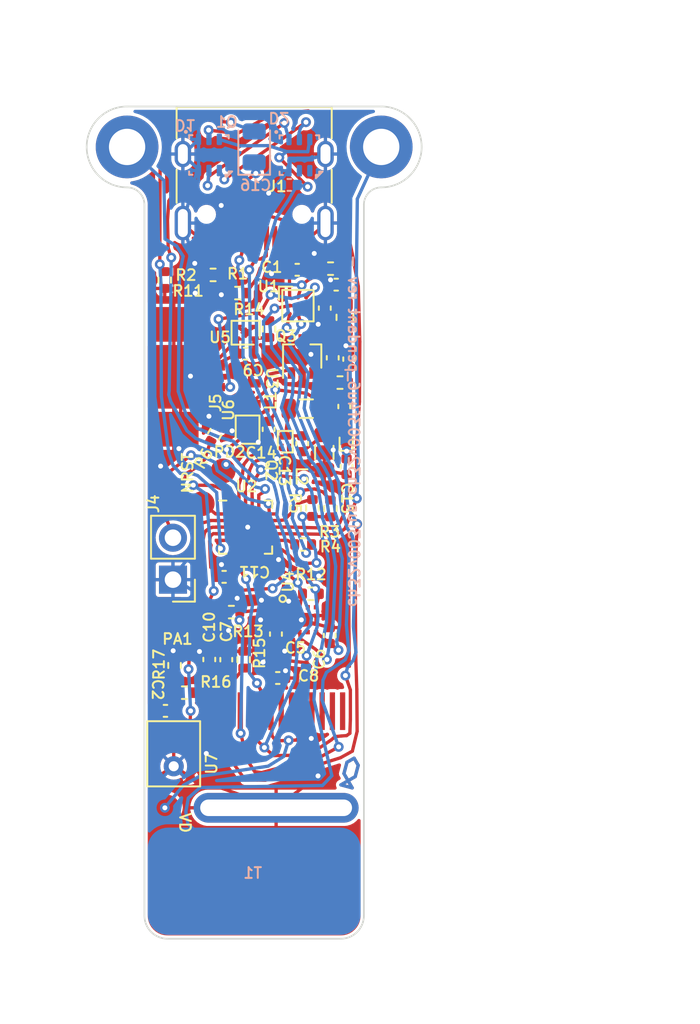
<source format=kicad_pcb>
(kicad_pcb (version 20211014) (generator pcbnew)
  (layers (0 "F.Cu" signal) (31 "B.Cu" signal) (34 "B.Paste" user) (35 "F.Paste" user) (36 "B.SilkS" user "B.Silkscreen") (37 "F.SilkS" user "F.Silkscreen") (38 "B.Mask" user) (39 "F.Mask" user) (44 "Edge.Cuts" user))
  (net 0 "")
  (net 1 "GND")
  (net 2 "VCCMON")
  (net 3 "Net-(C2-Pad2)")
  (net 4 "VDD")
  (net 5 "VD")
  (net 6 "Net-(C7-Pad1)")
  (net 7 "Net-(C9-Pad1)")
  (net 8 "Net-(C9-Pad2)")
  (net 9 "VCC")
  (net 10 "Net-(C13-Pad1)")
  (net 11 "Net-(C13-Pad2)")
  (net 12 "Net-(J1-PadA5)")
  (net 13 "Net-(J1-PadA6)")
  (net 14 "Net-(J1-PadA7)")
  (net 16 "Net-(J1-PadB5)")
  (net 18 "BONUS2")
  (net 19 "SWIO")
  (net 20 "PHOTODIODE")
  (net 21 "T2CH4")
  (net 22 "D-")
  (net 23 "D+")
  (net 24 "USBE")
  (net 25 "PD6")
  (net 26 "SCL")
  (net 27 "SDA")
  (net 28 "Net-(O1-Pad12)")
  (net 29 "OLEDRES")
  (net 30 "BONUS1")
  (net 31 "WSOUT")
  (net 32 "TOUCH")
  (net 33 "Net-(D1-Pad4)")
  (net 37 "ALWYSON")
  (net 39 "TRIG_ON")
  (net 40 "NRST")
  (net 41 "PD2")
  (net 42 "PA1")
  (net 43 "Net-(D1-Pad5)")
  (net 44 "Net-(C3-Pad1)")
  (net 50 "VBUS")
  (net 51 "Net-(C4-Pad1)")
  (net 52 "Net-(C17-Pad1)")
  (net 53 "Net-(C18-Pad2)")
  (net 54 "Net-(Q3-Pad1)")
  (footprint "Package_BGA:BGA-9_1.6x1.6mm_Layout3x3_P0.5mm" (layer "F.Cu") (at 101.3525 37.9625)
    (fp_text reference "U1")
    (fp_text value "AW32001E-POWER-PATH" hide)
  )
  (footprint "Connector_PinHeader_2.54mm:PinHeader_1x02_P2.54mm_Vertical" (layer "F.Cu") (at 93.78 54.555 180)
    (fp_text reference "J4")
    (fp_text value "PGM")
  )
  (footprint "cnhardware:SAW-SMD2016-2P" (layer "F.Cu") (at 98.42 43.29 -90)
    (fp_text reference "U3")
    (fp_text value "SAW_FILTER_2P" hide)
  )
  (footprint "Capacitor_SMD:C_0402_1005Metric" (layer "F.Cu") (at 103.28 57.94 90)
    (fp_text reference "C6")
    (fp_text value "0.1u16v")
  )
  (footprint "Capacitor_SMD:C_0402_1005Metric" (layer "F.Cu") (at 104.46 41.2 90)
    (fp_text reference "C17" hide)
    (fp_text value "15pF")
  )
  (footprint "Capacitor_SMD:C_0402_1005Metric" (layer "F.Cu") (at 96.88 54.385 180)
    (fp_text reference "C11")
    (fp_text value "2.2u16v")
  )
  (footprint "Inductor_SMD:L_0603_1608Metric" (layer "F.Cu") (at 104.2 38.67 90)
    (fp_text reference "L3" hide)
    (fp_text value "47nH")
  )
  (footprint "MountingHole:MountingHole_2.2mm_M2_DIN965_Pad" (layer "F.Cu") (at 106.4 28.35)
    (fp_text reference "J3" hide)
    (fp_text value "BONUS")
  )
  (footprint "Resistor_SMD:R_0402_1005Metric" (layer "F.Cu") (at 94.475 61.4)
    (fp_text reference "R16")
    (fp_text value "243k")
  )
  (footprint "SOUHAN-Battery-1.25mm-SMT:SOUHAN-Battery-1.25mm-SMT" (layer "F.Cu") (at 96.13 42.27 90)
    (fp_text reference "J5")
    (fp_text value "BATT")
  )
  (footprint "Resistor_SMD:R_0402_1005Metric" (layer "F.Cu") (at 98.06 59.4 90)
    (fp_text reference "R15")
    (fp_text value "560k")
  )
  (footprint "Capacitor_SMD:C_0402_1005Metric" (layer "F.Cu") (at 99.575 45.45 -90)
    (fp_text reference "C14")
    (fp_text value "0.1u16v")
  )
  (footprint "Inductor_SMD:L_0805_2012Metric" (layer "F.Cu") (at 102.95 46.85 -90)
    (fp_text reference "L2")
    (fp_text value "4.7uH")
  )
  (footprint "Capacitor_SMD:C_0402_1005Metric" (layer "F.Cu") (at 101.61 46.325 -90)
    (fp_text reference "C13")
    (fp_text value "4.7u16v")
  )
  (footprint "Capacitor_SMD:C_0402_1005Metric" (layer "F.Cu") (at 101.31 35.79)
    (fp_text reference "C1")
    (fp_text value "2.2u16v" hide)
  )
  (footprint "Capacitor_SMD:C_0402_1005Metric" (layer "F.Cu") (at 98.18 40.87 180)
    (fp_text reference "C9")
    (fp_text value "0.1u16v")
  )
  (footprint "Package_TO_SOT_SMD:SOT-323_SC-70" (layer "F.Cu") (at 101.61 41.04 90)
    (fp_text reference "Q3")
    (fp_text value "2SC4083/L2SC4083" hide)
  )
  (footprint "Capacitor_SMD:C_0402_1005Metric" (layer "F.Cu") (at 104.16 44.07 90)
    (fp_text reference "C12" hide)
    (fp_text value "10u")
  )
  (footprint "Capacitor_SMD:C_0402_1005Metric" (layer "F.Cu") (at 100.02 57.85 -90)
    (fp_text reference "C5")
    (fp_text value "0.1u16v" hide)
  )
  (footprint "Resistor_SMD:R_0402_1005Metric" (layer "F.Cu") (at 93.28 36.41 90)
    (fp_text reference "R11")
    (fp_text value "NP")
  )
  (footprint "Resistor_SMD:R_0402_1005Metric" (layer "F.Cu") (at 93.875 59.75 90)
    (fp_text reference "R17")
    (fp_text value "100k")
  )
  (footprint "Resistor_SMD:R_0402_1005Metric" (layer "F.Cu") (at 102.14 55.41)
    (fp_text reference "R12")
    (fp_text value "10k")
  )
  (footprint "GOERTEK-S08OB383-031-MemsMic:GOERTEK-S08OB383-031-MemsMic" (layer "F.Cu") (at 93.825 65.855)
    (fp_text reference "U7")
    (fp_text value "S08OB383-031")
  )
  (footprint "Resistor_SMD:R_0402_1005Metric" (layer "F.Cu") (at 97.7 37.2)
    (fp_text reference "R1")
    (fp_text value "5.1k")
  )
  (footprint "MountingHole:MountingHole_2.2mm_M2_DIN965_Pad" (layer "F.Cu") (at 91 28.35)
    (fp_text reference "J2" hide)
    (fp_text value "BONUS")
  )
  (footprint "Capacitor_SMD:C_0402_1005Metric" (layer "F.Cu") (at 97.01 59.4 90)
    (fp_text reference "C7")
    (fp_text value "2.2u16v")
  )
  (footprint "Resistor_SMD:R_0402_1005Metric" (layer "F.Cu") (at 96.21 36.1)
    (fp_text reference "R2")
    (fp_text value "5.1k")
  )
  (footprint "DFN1006:DFN1006" (layer "F.Cu") (at 104.275 45.95 90)
    (fp_text reference "D3" hide)
    (fp_text value "350mV@100mA" hide)
  )
  (footprint "Resistor_SMD:R_0402_1005Metric" (layer "F.Cu") (at 99.6 39.38 90)
    (fp_text reference "R14")
    (fp_text value "100" hide)
  )
  (footprint "Resistor_SMD:R_0402_1005Metric" (layer "F.Cu") (at 96.31 45.74 60)
    (fp_text reference "R6")
    (fp_text value "24.3k")
  )
  (footprint "Resistor_SMD:R_0402_1005Metric" (layer "F.Cu") (at 103.33 35.72)
    (fp_text reference "R8" hide)
    (fp_text value "10" hide)
  )
  (footprint "RB0091E1401A-OLED-128x32:RB0091E1401A-OLED-128x32_FLIP" (layer "F.Cu") (at 100.03 54.47 180)
    (fp_text reference "O1" hide)
    (fp_text value "RB0091E1401A-OLED-128x32")
  )
  (footprint "Capacitor_SMD:C_0402_1005Metric" (layer "F.Cu") (at 93.325 62.5 180)
    (fp_text reference "C2")
    (fp_text value "0.1u16v")
  )
  (footprint "Capacitor_SMD:C_0402_1005Metric" (layer "F.Cu") (at 100.13 60.51)
    (fp_text reference "C8")
    (fp_text value "0.1u16v")
  )
  (footprint "Capacitor_SMD:C_0402_1005Metric" (layer "F.Cu") (at 102.98 38.11 -90)
    (fp_text reference "C3" hide)
    (fp_text value "1u")
  )
  (footprint "xdfn_reg:xdfn-reg" (layer "F.Cu") (at 98.19 39.6 90)
    (fp_text reference "U5")
    (fp_text value "XB6042Q2SV-L" hide)
  )
  (footprint "Capacitor_SMD:C_0402_1005Metric" (layer "F.Cu") (at 104.3 47.71 -90)
    (fp_text reference "C15")
    (fp_text value "4.7u16v")
  )
  (footprint "GeneralPad:GeneralPad-Round-1.5mm" (layer "F.Cu") (at 96.82 47.97)
    (fp_text reference "J7" hide)
    (fp_text value "PD2")
  )
  (footprint "Connector_USB:USB_C_Receptacle_HRO_TYPE-C-31-M-12" (layer "F.Cu") (at 98.7 29.83 180)
    (fp_text reference "J1")
    (fp_text value "USB_C_Receptacle_USB2.0")
  )
  (footprint "xdfn_reg:xdfn-reg" (layer "F.Cu") (at 98.3 45.475)
    (fp_text reference "U6")
    (fp_text value "RS3236-3.3YUTDN4" hide)
  )
  (footprint "Resistor_SMD:R_0402_1005Metric" (layer "F.Cu") (at 97.32 56.52 180)
    (fp_text reference "R13")
    (fp_text value "10k")
  )
  (footprint "Inductor_SMD:L_0805_2012Metric" (layer "F.Cu") (at 101.86 44.2 180)
    (fp_text reference "L1")
    (fp_text value "4.7uH")
  )
  (footprint "GeneralPad:GeneralPad-Round-1.5mm" (layer "F.Cu") (at 93.42 68.33 90)
    (fp_text reference "J8" hide)
    (fp_text value "VD")
  )
  (footprint "GeneralPad:GeneralPad-Round-1.5mm" (layer "F.Cu") (at 95.55 49.95)
    (fp_text reference "J9" hide)
    (fp_text value "NRST")
  )
  (footprint "Capacitor_SMD:C_0402_1005Metric" (layer "F.Cu") (at 103.67 36.69)
    (fp_text reference "C18" hide)
    (fp_text value "0.1u16v")
  )
  (footprint "GeneralPad:GeneralPad-Round-1.5mm" (layer "F.Cu") (at 93.71 56.78 90)
    (fp_text reference "J6" hide)
    (fp_text value "PA1")
  )
  (footprint "Capacitor_SMD:C_0402_1005Metric" (layer "F.Cu") (at 103.46 41.12 -90)
    (fp_text reference "C4" hide)
    (fp_text value "6pF")
  )
  (footprint "DFN-3L-1x0.6:DFN-3L-1x0.6" (layer "F.Cu") (at 100.585 46.2 -90)
    (fp_text reference "Q2")
    (fp_text value "NMOS")
  )
  (footprint "Capacitor_SMD:C_0402_1005Metric" (layer "F.Cu") (at 95.98 59.39 90)
    (fp_text reference "C10")
    (fp_text value "0.1u16v")
  )
  (footprint "Resistor_SMD:R_0402_1005Metric" (layer "F.Cu") (at 103.32 50.245 -90)
    (fp_text reference "R3")
    (fp_text value "22")
  )
  (footprint "Swadge_Parts:QMA6981" (layer "F.Cu") (at 101.7 56.98)
    (fp_text reference "U4")
    (fp_text value "QMA7981")
  )
  (footprint "Resistor_SMD:R_0402_1005Metric" (layer "F.Cu") (at 101.67 52.425 180)
    (fp_text reference "R4")
    (fp_text value "22")
  )
  (footprint "Package_DFN_QFN:QFN-20-1EP_3x3mm_P0.4mm_EP1.65x1.65mm" (layer "F.Cu") (at 98.18 51.375)
    (fp_text reference "U2")
    (fp_text value "CH32V003F4U6")
  )
  (footprint "Resistor_SMD:R_0402_1005Metric" (layer "F.Cu") (at 102.23 50.215 -90)
    (fp_text reference "R5")
    (fp_text value "1.5k")
  )
  (footprint "Resistor_SMD:R_0402_1005Metric" (layer "F.Cu") (at 103.9 42.62)
    (fp_text reference "R7" hide)
    (fp_text value "100")
  )
  (footprint "WS2816-2121:WS2816-2121" (layer "B.Cu") (at 95.96 28.84 90)
    (fp_text reference "D1")
    (fp_text value "WS2816C-2121" hide)
  )
  (footprint "touchpads:touchpad_10x6.5mm_retircle" (layer "B.Cu") (at 98.61 72.82 180)
    (fp_text reference "T1")
    (fp_text value "TOUCHPAD")
  )
  (footprint "WS2816-2121:WS2816-2121" (layer "B.Cu") (at 101.44 28.85 90)
    (fp_text reference "D2")
    (fp_text value "WS2816C-2121" hide)
  )
  (footprint "Diode_SMD:D_0805_2012Metric" (layer "B.Cu") (at 98.7 28.35 90)
    (fp_text reference "Q1")
    (fp_text value "Q_Photo_NPN")
  )
  (footprint "Capacitor_SMD:C_0402_1005Metric" (layer "B.Cu") (at 100.83 30.65 180)
    (fp_text reference "C16")
    (fp_text value "0.1u16v")
  )
  (gr_line (start 105.35 31.85) (end 105.35 74.9) (layer "Edge.Cuts") (width 0.1))
  (gr_arc (start 91 30.8) (mid 89.267588 30.082412) (end 88.55 28.35) (layer "Edge.Cuts") (width 0.1))
  (gr_arc (start 91 30.8) (mid 91.742462 31.107538) (end 92.05 31.85) (layer "Edge.Cuts") (width 0.1))
  (gr_arc (start 105.35 74.9) (mid 104.939949 75.889949) (end 103.95 76.3) (layer "Edge.Cuts") (width 0.1))
  (gr_arc (start 93.45 76.3) (mid 92.460051 75.889949) (end 92.05 74.9) (layer "Edge.Cuts") (width 0.1))
  (gr_arc (start 106.4 25.9) (mid 108.132412 26.617588) (end 108.85 28.35) (layer "Edge.Cuts") (width 0.1))
  (gr_arc (start 88.55 28.35) (mid 89.267588 26.617588) (end 91 25.9) (layer "Edge.Cuts") (width 0.1))
  (gr_arc (start 105.35 31.85) (mid 105.657538 31.107538) (end 106.4 30.8) (layer "Edge.Cuts") (width 0.1))
  (gr_line (start 106.4 25.9) (end 91 25.9) (layer "Edge.Cuts") (width 0.1))
  (gr_arc (start 108.85 28.35) (mid 108.132412 30.082412) (end 106.4 30.8) (layer "Edge.Cuts") (width 0.1))
  (gr_line (start 103.95 76.3) (end 93.45 76.3) (layer "Edge.Cuts") (width 0.1))
  (gr_line (start 92.05 31.85) (end 92.05 74.9) (layer "Edge.Cuts") (width 0.1))
  (gr_text "ch32v003fun ch32v003f4u6_pendant rev -" (at 104.73 45.55 -90) (layer "B.SilkS") (effects (font (size 0.65 0.65) (thickness 0.12)) (justify mirror)))
  (segment (start 104.640481 67.164038) (end 104.140481 66.298013) (width 0.2) (layer "F.Cu") (net 0))
  (segment (start 104.756508 65.365) (end 105.006506 65.798013) (width 0.2) (layer "F.Cu") (net 0))
  (segment (start 104.323494 65.615) (end 104.756508 65.365) (width 0.2) (layer "F.Cu") (net 0))
  (segment (start 104.140481 66.298013) (end 104.323494 65.615) (width 0.2) (layer "F.Cu") (net 0))
  (segment (start 105.006506 65.798013) (end 104.823494 66.481026) (width 0.2) (layer "F.Cu") (net 0))
  (segment (start 103.957469 66.981026) (end 104.640481 67.164038) (width 0.2) (layer "F.Cu") (net 0))
  (segment (start 104.823494 66.481026) (end 103.957469 66.981026) (width 0.2) (layer "F.Cu") (net 0))
  (segment (start 104.640481 67.164038) (end 104.140481 66.298013) (width 0.2) (layer "B.Cu") (net 0))
  (segment (start 103.957469 66.981026) (end 104.640481 67.164038) (width 0.2) (layer "B.Cu") (net 0))
  (segment (start 104.323494 65.615) (end 104.756508 65.365) (width 0.2) (layer "B.Cu") (net 0))
  (segment (start 105.006506 65.798013) (end 104.823494 66.481026) (width 0.2) (layer "B.Cu") (net 0))
  (segment (start 104.140481 66.298013) (end 104.323494 65.615) (width 0.2) (layer "B.Cu") (net 0))
  (segment (start 104.756508 65.365) (end 105.006506 65.798013) (width 0.2) (layer "B.Cu") (net 0))
  (segment (start 104.823494 66.481026) (end 103.957469 66.981026) (width 0.2) (layer "B.Cu") (net 0))
  (segment (start 98.01 44.48) (end 98.25 44.45) (width 0.2) (layer "F.Cu") (net 1))
  (segment (start 103.71 54.6) (end 103.28 57.46) (width 0.2) (layer "F.Cu") (net 1))
  (segment (start 101.55 47.625) (end 102.925 47.9125) (width 0.2) (layer "F.Cu") (net 1))
  (segment (start 92.825 66.495) (end 93.825 65.855) (width 0.2) (layer "F.Cu") (net 1))
  (segment (start 102.57 54.19) (end 102.618529 54.191471) (width 0.2) (layer "F.Cu") (net 1))
  (segment (start 93.03 47.68) (end 94.14 46.62) (width 0.2) (layer "F.Cu") (net 1))
  (segment (start 100.02 58.33) (end 100.55 58.88) (width 0.2) (layer "F.Cu") (net 1))
  (segment (start 96.73 51.775) (end 96.22 51.77) (width 0.2) (layer "F.Cu") (net 1))
  (segment (start 98.175 38.025) (end 97.17 37.95) (width 0.2) (layer "F.Cu") (net 1))
  (segment (start 99.24 59.55) (end 98.7 58.81) (width 0.2) (layer "F.Cu") (net 1))
  (segment (start 98.19 42.6) (end 97.81 43.24) (width 0.2) (layer "F.Cu") (net 1))
  (segment (start 101.95 33.935) (end 103.02 33.02) (width 0.2) (layer "F.Cu") (net 1))
  (segment (start 100.925 47.225) (end 100.07 47.23) (width 0.2) (layer "F.Cu") (net 1))
  (segment (start 100.36 61.27) (end 100.61 60.42) (width 0.2) (layer "F.Cu") (net 1))
  (segment (start 98.3 45.475) (end 98.65 45.975) (width 0.2) (layer "F.Cu") (net 1))
  (segment (start 99.75 36.025) (end 99.175 36.875) (width 0.2) (layer "F.Cu") (net 1))
  (segment (start 92.98 36.9) (end 95.125 37.2) (width 0.2) (layer "F.Cu") (net 1))
  (segment (start 98.95 46.225) (end 99.575 45.93) (width 0.2) (layer "F.Cu") (net 1))
  (segment (start 94.25 45.45) (end 94.14 46.62) (width 0.2) (layer "F.Cu") (net 1))
  (segment (start 97.19 37.2) (end 96.71 37.3) (width 0.2) (layer "F.Cu") (net 1))
  (segment (start 100.345 62.47) (end 100.36 61.27) (width 0.2) (layer "F.Cu") (net 1))
  (segment (start 100.18 53.34) (end 101 53.76) (width 0.2) (layer "F.Cu") (net 1))
  (segment (start 103.23 54.21) (end 103.71 54.6) (width 0.2) (layer "F.Cu") (net 1))
  (segment (start 102.618529 54.191471) (end 102.61 54.33) (width 0.2) (layer "F.Cu") (net 1))
  (segment (start 96.05 51.91) (end 96.01 52.16) (width 0.2) (layer "F.Cu") (net 1))
  (segment (start 102.01 54.13) (end 102.45 54.14) (width 0.2) (layer "F.Cu") (net 1))
  (segment (start 95.125 37.2) (end 94.25 39.1) (width 0.2) (layer "F.Cu") (net 1))
  (segment (start 94.84 42.23) (end 96.15 42.23) (width 0.2) (layer "F.Cu") (net 1))
  (segment (start 96.01 52.16) (end 96.05 53.27) (width 0.2) (layer "F.Cu") (net 1))
  (segment (start 102.45 54.14) (end 102.57 54.19) (width 0.2) (layer "F.Cu") (net 1))
  (segment (start 98.7 58.81) (end 98.06 58.89) (width 0.2) (layer "F.Cu") (net 1))
  (segment (start 95.96 44.66) (end 94.25 45.45) (width 0.2) (layer "F.Cu") (net 1))
  (segment (start 98.95 37.825) (end 98.175 38.025) (width 0.2) (layer "F.Cu") (net 1))
  (segment (start 97.39 51.775) (end 96.73 51.775) (width 0.2) (layer "F.Cu") (net 1))
  (segment (start 102.45 57.23) (end 103.28 57.46) (width 0.2) (layer "F.Cu") (net 1))
  (segment (start 101.57 41.79) (end 101.69 41.39) (width 0.2) (layer "F.Cu") (net 1))
  (segment (start 97.69 39.25) (end 98.19 39.6) (width 0.2) (layer "F.Cu") (net 1))
  (segment (start 97.36 45.54) (end 97.52 44.91) (width 0.2) (layer "F.Cu") (net 1))
  (segment (start 97.2 37.35) (end 96.71 37.3) (width 0.2) (layer "F.Cu") (net 1))
  (segment (start 97.94 55.62) (end 97.67 55.68) (width 0.2) (layer "F.Cu") (net 1))
  (segment (start 101.56 56.99) (end 102.45 57.23) (width 0.2) (layer "F.Cu") (net 1))
  (segment (start 94.25 39.1) (end 94.25 45.45) (width 0.2) (layer "F.Cu") (net 1))
  (segment (start 97.57 44.65) (end 97.74 44.54) (width 0.2) (layer "F.Cu") (net 1))
  (segment (start 104.16 43.59) (end 104.41 42.62) (width 0.2) (layer "F.Cu") (net 1))
  (segment (start 103.51 43.28) (end 103.06 43.25) (width 0.2) (layer "F.Cu") (net 1))
  (segment (start 97.74 44.54) (end 98.01 44.48) (width 0.2) (layer "F.Cu") (net 1))
  (segment (start 99.22 44.45) (end 99.38 44.35) (width 0.2) (layer "F.Cu") (net 1))
  (segment (start 101.79 35.79) (end 102.34 34.8) (width 0.2) (layer "F.Cu") (net 1))
  (segment (start 100.03 68.37) (end 94.825 66.495) (width 0.2) (layer "F.Cu") (net 1))
  (segment (start 97.26 39.23) (end 97.69 39.25) (width 0.2) (layer "F.Cu") (net 1))
  (segment (start 97.16 43.6) (end 95.96 44.66) (width 0.2) (layer "F.Cu") (net 1))
  (segment (start 102.58 39.09) (end 103.18 38.59) (width 0.2) (layer "F.Cu") (net 1))
  (segment (start 104.46 40.72) (end 104.26 40.39) (width 0.2) (layer "F.Cu") (net 1))
  (segment (start 100.95 57.73) (end 100.02 58.33) (width 0.2) (layer "F.Cu") (net 1))
  (segment (start 102.45 57.23) (end 102.45 56.73) (width 0.2) (layer "F.Cu") (net 1))
  (segment (start 97.81 43.24) (end 97.16 43.6) (width 0.2) (layer "F.Cu") (net 1))
  (segment (start 95.71 36.61) (end 95.7 36.1) (width 0.2) (layer "F.Cu") (net 1))
  (segment (start 98.61 44.45) (end 99.05 44.46) (width 0.2) (layer "F.Cu") (net 1))
  (segment (start 100.81 46.55) (end 100.925 47.225) (width 0.2) (layer "F.Cu") (net 1))
  (segment (start 103.19 36.69) (end 103.33 36.4) (width 0.2) (layer "F.Cu") (net 1))
  (segment (start 101.6 54.06) (end 102.01 54.13) (width 0.2) (layer "F.Cu") (net 1))
  (segment (start 97.17 37.95) (end 96.71 37.3) (width 0.2) (layer "F.Cu") (net 1))
  (segment (start 99.05 44.46) (end 99.22 44.45) (width 0.2) (layer "F.Cu") (net 1))
  (segment (start 93.875 59.24) (end 93.791964 58.858036) (width 0.2) (layer "F.Cu") (net 1))
  (segment (start 96.22 51.77) (end 96.05 51.91) (width 0.2) (layer "F.Cu") (net 1))
  (segment (start 98.19 39.6) (end 98.69 39.25) (width 0.2) (layer "F.Cu") (net 1))
  (segment (start 97.15 57.63) (end 98.4 57.92) (width 0.2) (layer "F.Cu") (net 1))
  (segment (start 104.16 43.59) (end 103.51 43.28) (width 0.2) (layer "F.Cu") (net 1))
  (segment (start 94.38 33.02) (end 95.45 33.935) (width 0.2) (layer "F.Cu") (net 1))
  (segment (start 93.825 63.755) (end 93.825 65.855) (width 0.2) (layer "F.Cu") (net 1))
  (segment (start 102.95 47.9125) (end 104.3 48.19) (width 0.2) (layer "F.Cu") (net 1))
  (segment (start 96.3 36.88) (end 96.13 36.9) (width 0.2) (layer "F.Cu") (net 1))
  (segment (start 95.7 36.1) (end 95.45 33.935) (width 0.2) (layer "F.Cu") (net 1))
  (segment (start 99.14 55.8) (end 97.94 55.62) (width 0.2) (layer "F.Cu") (net 1))
  (segment (start 101 53.76) (end 101.6 54.06) (width 0.2) (layer "F.Cu") (net 1))
  (segment (start 96.72 53.64) (end 96.4 54.385) (width 0.2) (layer "F.Cu") (net 1))
  (segment (start 100.03 68.37) (end 102.57 66.44) (width 0.2) (layer "F.Cu") (net 1))
  (segment (start 102.34 34.8) (end 101.98 34.78) (width 0.2) (layer "F.Cu") (net 1))
  (segment (start 101.98 34.78) (end 101.95 33.935) (width 0.2) (layer "F.Cu") (net 1))
  (segment (start 100.925 47.225) (end 101.55 47.625) (width 0.2) (layer "F.Cu") (net 1))
  (segment (start 98.31 51.375) (end 97.39 51.775) (width 0.2) (layer "F.Cu") (net 1))
  (segment (start 99.175 36.875) (end 98.95 37.825) (width 0.2) (layer "F.Cu") (net 1))
  (segment (start 96.13 36.9) (end 95.71 36.61) (width 0.2) (layer "F.Cu") (net 1))
  (segment (start 96.15 42.23) (end 97.81 42.15) (width 0.2) (layer "F.Cu") (net 1))
  (segment (start 96.71 37.3) (end 96.3 36.88) (width 0.2) (layer "F.Cu") (net 1))
  (segment (start 103.27 38.59) (end 101.8525 38.4625) (width 0.2) (layer "F.Cu") (net 1))
  (segment (start 101.67 42.65) (end 101.57 41.79) (width 0.2) (layer "F.Cu") (net 1))
  (segment (start 102.95 47.9125) (end 103.49 46.7) (width 0.2) (layer "F.Cu") (net 1))
  (segment (start 99.09 56.99) (end 98.4 57.92) (width 0.2) (layer "F.Cu") (net 1))
  (segment (start 100.95 56.23) (end 100.79 55.86) (width 0.2) (layer "F.Cu") (net 1))
  (segment (start 102.35 42.92) (end 101.67 42.65) (width 0.2) (layer "F.Cu") (net 1))
  (segment (start 96.05 53.27) (end 96.4 54.385) (width 0.2) (layer "F.Cu") (net 1))
  (segment (start 95.98 58.91) (end 97.01 58.92) (width 0.2) (layer "F.Cu") (net 1))
  (segment (start 98.06 58.89) (end 97.01 58.92) (width 0.2) (layer "F.Cu") (net 1))
  (segment (start 96.70301 31.89301) (end 97.27 31.66) (width 0.2) (layer "F.Cu") (net 1))
  (segment (start 102.618529 54.191471) (end 103.23 54.21) (width 0.2) (layer "F.Cu") (net 1))
  (segment (start 98.4 57.92) (end 98.06 58.89) (width 0.2) (layer "F.Cu") (net 1))
  (segment (start 103.06 43.25) (end 102.35 42.92) (width 0.2) (layer "F.Cu") (net 1))
  (segment (start 97.52 44.91) (end 97.57 44.65) (width 0.2) (layer "F.Cu") (net 1))
  (segment (start 94.825 66.495) (end 93.825 65.855) (width 0.2) (layer "F.Cu") (net 1))
  (segment (start 97.27 31.66) (end 99.58 31.15) (width 0.2) (layer "F.Cu") (net 1))
  (segment (start 98.65 45.975) (end 99.575 45.93) (width 0.2) (layer "F.Cu") (net 1))
  (segment (start 98.25 44.45) (end 98.61 44.45) (width 0.2) (layer "F.Cu") (net 1))
  (segment (start 97.81 42.15) (end 98.19 42.6) (width 0.2) (layer "F.Cu") (net 1))
  (segment (start 101.69 41.39) (end 102.14 40.91) (width 0.2) (layer "F.Cu") (net 1))
  (segment (start 100.61 60.42) (end 100.6 60.07) (width 0.2) (layer "F.Cu") (net 1))
  (via (at 99.24 59.55) (size 0.6) (drill 0.3) (layers "F.Cu" "B.Cu") (net 1))
  (via (at 100.07 47.23) (size 0.6) (drill 0.3) (layers "F.Cu" "B.Cu") (net 1))
  (via (at 93.03 47.68) (size 0.6) (drill 0.3) (layers "F.Cu" "B.Cu") (net 1))
  (via (at 98.31 51.375) (size 0.6) (drill 0.3) (layers "F.Cu" "B.Cu") (net 1))
  (via (at 102.58 39.09) (size 0.6) (drill 0.3) (layers "F.Cu" "B.Cu") (net 1))
  (via (at 93.791964 58.858036) (size 0.6) (drill 0.3) (layers "F.Cu" "B.Cu") (net 1))
  (via (at 97.36 45.54) (size 0.6) (drill 0.3) (layers "F.Cu" "B.Cu") (net 1))
  (via (at 102.61 54.33) (size 0.6) (drill 0.3) (layers "F.Cu" "B.Cu") (net 1))
  (via (at 95.125 37.2) (size 0.6) (drill 0.3) (layers "F.Cu" "B.Cu") (net 1))
  (via (at 100.18 53.34) (size 0.6) (drill 0.3) (layers "F.Cu" "B.Cu") (net 1))
  (via (at 102.16 64.17) (size 0.6) (drill 0.3) (layers "F.Cu" "B.Cu") (net 1))
  (via (at 95.8 65.08) (size 0.6) (drill 0.3) (layers "F.Cu" "B.Cu") (net 1))
  (via (at 102.14 40.91) (size 0.6) (drill 0.3) (layers "F.Cu" "B.Cu") (net 1))
  (via (at 94.84 42.23) (size 0.6) (drill 0.3) (layers "F.Cu" "B.Cu") (net 1))
  (via (at 99.14 55.8) (size 0.6) (drill 0.3) (layers "F.Cu" "B.Cu") (net 1))
  (via (at 95.96 44.66) (size 0.6) (drill 0.3) (layers "F.Cu" "B.Cu") (net 1))
  (via (at 99.75 36.025) (size 0.6) (drill 0.3) (layers "F.Cu" "B.Cu") (net 1))
  (via (at 104.26 40.39) (size 0.6) (drill 0.3) (layers "F.Cu" "B.Cu") (net 1))
  (via (at 102.57 66.44) (size 0.6) (drill 0.3) (layers "F.Cu" "B.Cu") (net 1))
  (via (at 100.55 58.88) (size 0.6) (drill 0.3) (layers "F.Cu" "B.Cu") (net 1))
  (via (at 98.95 46.225) (size 0.6) (drill 0.3) (layers "F.Cu" "B.Cu") (net 1))
  (via (at 95.1 35.4) (size 0.6) (drill 0.3) (layers "F.Cu" "B.Cu") (net 1))
  (via (at 94.14 46.62) (size 0.6) (drill 0.3) (layers "F.Cu" "B.Cu") (net 1))
  (via (at 103.49 46.7) (size 0.6) (drill 0.3) (layers "F.Cu" "B.Cu") (net 1))
  (via (at 96.72 53.64) (size 0.6) (drill 0.3) (layers "F.Cu" "B.Cu") (net 1))
  (via (at 102.34 34.8) (size 0.6) (drill 0.3) (layers "F.Cu" "B.Cu") (net 1))
  (via (at 97.15 57.63) (size 0.6) (drill 0.3) (layers "F.Cu" "B.Cu") (net 1))
  (via (at 95.385505 58.904495) (size 0.6) (drill 0.3) (layers "F.Cu" "B.Cu") (net 1))
  (via (at 97.67 55.68) (size 0.6) (drill 0.3) (layers "F.Cu" "B.Cu") (net 1))
  (via (at 100.79 55.86) (size 0.6) (drill 0.3) (layers "F.Cu" "B.Cu") (net 1))
  (via (at 96.70301 31.89301) (size 0.6) (drill 0.3) (layers "F.Cu" "B.Cu") (net 1))
  (via (at 100.6 60.07) (size 0.6) (drill 0.3) (layers "F.Cu" "B.Cu") (net 1))
  (via (at 99.09 56.99) (size 0.6) (drill 0.3) (layers "F.Cu" "B.Cu") (net 1))
  (via (at 99.58 31.15) (size 0.6) (drill 0.3) (layers "F.Cu" "B.Cu") (net 1))
  (via (at 103.33 36.4) (size 0.6) (drill 0.3) (layers "F.Cu" "B.Cu") (net 1))
  (via (at 101.56 56.99) (size 0.6) (drill 0.3) (layers "F.Cu" "B.Cu") (net 1))
  (via (at 96.71 37.3) (size 0.6) (drill 0.3) (layers "F.Cu" "B.Cu") (net 1))
  (segment (start 94.38 33.02) (end 94.842216 31.267216) (width 0.2) (layer "B.Cu") (net 1))
  (segment (start 100.79 55.86) (end 99.5 55.84) (width 0.2) (layer "B.Cu") (net 1))
  (segment (start 100.34 60.55) (end 98.9 63.6) (width 0.2) (layer "B.Cu") (net 1))
  (segment (start 100.55 58.88) (end 99.24 59.55) (width 0.2) (layer "B.Cu") (net 1))
  (segment (start 99.5 55.84) (end 99.11 55.72) (width 0.2) (layer "B.Cu") (net 1))
  (segment (start 96.72 53.64) (end 98.151027 51.656027) (width 0.2) (layer "B.Cu") (net 1))
  (segment (start 102.22 29.03) (end 103.02 28.84) (width 0.2) (layer "B.Cu") (net 1))
  (segment (start 100.61 50.9) (end 100.82 51.5) (width 0.2) (layer "B.Cu") (net 1))
  (segment (start 95.55 47.77) (end 96.8 48.85) (width 0.2) (layer "B.Cu") (net 1))
  (segment (start 93.78 54.425) (end 95.14 52.7) (width 0.2) (layer "B.Cu") (net 1))
  (segment (start 103.33 36.4) (end 102.34 34.8) (width 0.2) (layer "B.Cu") (net 1))
  (segment (start 101.81 53.75) (end 101.41 53.56) (width 0.2) (layer "B.Cu") (net 1))
  (segment (start 101.56 56.99) (end 100.56 57.14) (width 0.2) (layer "B.Cu") (net 1))
  (segment (start 95.1 35.4) (end 94.38 33.02) (width 0.2) (layer "B.Cu") (net 1))
  (segment (start 94.07 49.23) (end 93.03 47.68) (width 0.2) (layer "B.Cu") (net 1))
  (segment (start 94.25 47.39) (end 94.63 47.65) (width 0.2) (layer "B.Cu") (net 1))
  (segment (start 100.65 49.94) (end 100.62 50.45) (width 0.2) (layer "B.Cu") (net 1))
  (segment (start 96.18 56.03) (end 93.78 54.425) (width 0.2) (layer "B.Cu") (net 1))
  (segment (start 95.19 50.72) (end 94.07 49.23) (width 0.2) (layer "B.Cu") (net 1))
  (segment (start 102.57 66.44) (end 102.16 64.17) (width 0.2) (layer "B.Cu") (net 1))
  (segment (start 100.79 55.86) (end 101.56 56.99) (width 0.2) (layer "B.Cu") (net 1))
  (segment (start 102.34 34.8) (end 99.75 36.025) (width 0.2) (layer "B.Cu") (net 1))
  (segment (start 100.91 29.16) (end 101.31 29.03) (width 0.2) (layer "B.Cu") (net 1))
  (segment (start 100.81 29.795) (end 100.91 29.16) (width 0.2) (layer "B.Cu") (net 1))
  (segment (start 100.18 53.34) (end 98.31 51.375) (width 0.2) (layer "B.Cu") (net 1))
  (segment (start 99.07 54.64) (end 99.14 55.8) (width 0.2) (layer "B.Cu") (net 1))
  (segment (start 100.4 49.09) (end 100.65 49.94) (width 0.2) (layer "B.Cu") (net 1))
  (segment (start 99.11 55.72) (end 99.14 55.8) (width 0.2) (layer "B.Cu") (net 1))
  (segment (start 100.62 50.45) (end 100.61 50.9) (width 0.2) (layer "B.Cu") (net 1))
  (segment (start 94.63 47.65) (end 95.55 47.77) (width 0.2) (layer "B.Cu") (net 1))
  (segment (start 100.26 48.39) (end 100.4 49.09) (width 0.2) (layer "B.Cu") (net 1))
  (segment (start 102.61 54.33) (end 102.2 54.17) (width 0.2) (layer "B.Cu") (net 1))
  (segment (start 95.125 37.2) (end 95.1 35.4) (width 0.2) (layer "B.Cu") (net 1))
  (segment (start 96.89 54.76) (end 96.72 53.64) (width 0.2) (layer "B.Cu") (net 1))
  (segment (start 102.2 54.17) (end 101.81 53.75) (width 0.2) (layer "B.Cu") (net 1))
  (segment (start 101.41 53.56) (end 101.14 52.77) (width 0.2) (layer "B.Cu") (net 1))
  (segment (start 100.34 60.55) (end 100.6 60.07) (width 0.2) (layer "B.Cu") (net 1))
  (segment (start 96.8 48.85) (end 98.31 51.375) (width 0.2) (layer "B.Cu") (net 1))
  (segment (start 100.18 53.34) (end 99.07 54.64) (width 0.2) (layer "B.Cu") (net 1))
  (segment (start 94.842216 31.267216) (end 95.27 29.645) (width 0.2) (layer "B.Cu") (net 1))
  (segment (start 99.58 31.15) (end 100.81 29.795) (width 0.2) (layer "B.Cu") (net 1))
  (segment (start 100.07 47.23) (end 98.95 46.225) (width 0.2) (layer "B.Cu") (net 1))
  (segment (start 97.36 45.54) (end 96.23 45.1) (width 0.2) (layer "B.Cu") (net 1))
  (segment (start 100.07 47.23) (end 100.26 48.39) (width 0.2) (layer "B.Cu") (net 1))
  (segment (start 95.14 52.7) (end 95.19 50.72) (width 0.2) (layer "B.Cu") (net 1))
  (segment (start 94.38 28.84) (end 95.27 29.645) (width 0.2) (layer "B.Cu") (net 1))
  (segment (start 100.6 60.07) (end 100.55 58.88) (width 0.2) (layer "B.Cu") (net 1))
  (segment (start 104.29 40.25) (end 103.777596 39.902404) (width 0.2) (layer "B.Cu") (net 1))
  (segment (start 98.151027 51.656027) (end 98.31 51.375) (width 0.2) (layer "B.Cu") (net 1))
  (segment (start 97.67 55.68) (end 96.18 56.03) (width 0.2) (layer "B.Cu") (net 1))
  (segment (start 100.56 57.14) (end 99.09 56.99) (width 0.2) (layer "B.Cu") (net 1))
  (segment (start 98.95 46.225) (end 97.36 45.54) (width 0.2) (layer "B.Cu") (net 1))
  (segment (start 95.33 27.895) (end 94.38 28.84) (width 0.2) (layer "B.Cu") (net 1))
  (segment (start 103.777596 39.902404) (end 102.58 39.09) (width 0.2) (layer "B.Cu") (net 1))
  (segment (start 93.791964 58.858036) (end 95.385505 58.904495) (width 0.2) (layer "B.Cu") (net 1))
  (segment (start 94.14 46.62) (end 94.25 47.39) (width 0.2) (layer "B.Cu") (net 1))
  (segment (start 96.23 45.1) (end 95.96 44.66) (width 0.2) (layer "B.Cu") (net 1))
  (segment (start 93.791964 58.858036) (end 93.78 54.425) (width 0.2) (layer "B.Cu") (net 1))
  (segment (start 96.70301 31.89301) (end 94.842216 31.267216) (width 0.2) (layer "B.Cu") (net 1))
  (segment (start 104.26 40.39) (end 103.777596 39.902404) (width 0.2) (layer "B.Cu") (net 1))
  (segment (start 101.14 52.77) (end 100.82 51.5) (width 0.2) (layer "B.Cu") (net 1))
  (segment (start 101.31 29.03) (end 102.22 29.03) (width 0.2) (layer "B.Cu") (net 1))
  (segment (start 97.67 55.68) (end 96.89 54.76) (width 0.2) (layer "B.Cu") (net 1))
  (segment (start 95.67 53.8) (end 95.59 55.25) (width 0.2) (layer "F.Cu") (net 2))
  (segment (start 95.68 51.76) (end 95.6 52.18) (width 0.2) (layer "F.Cu") (net 2))
  (segment (start 94.25 57.74) (end 93.04 58.21) (width 0.2) (layer "F.Cu") (net 2))
  (segment (start 96.73 51.375) (end 96.18 51.38) (width 0.2) (layer "F.Cu") (net 2))
  (segment (start 93.09 59.88) (end 93.875 60.26) (width 0.2) (layer "F.Cu") (net 2))
  (segment (start 93 58.96) (end 93.09 59.88) (width 0.2) (layer "F.Cu") (net 2))
  (segment (start 95.6 52.18) (end 95.63 53.06) (width 0.2) (layer "F.Cu") (net 2))
  (segment (start 95.78 51.59) (end 95.68 51.76) (width 0.2) (layer "F.Cu") (net 2))
  (segment (start 94.94 57.13) (end 94.25 57.74) (width 0.2) (layer "F.Cu") (net 2))
  (segment (start 95.59 55.25) (end 94.94 57.13) (width 0.2) (layer "F.Cu") (net 2))
  (segment (start 96.18 51.38) (end 95.98 51.44) (width 0.2) (layer "F.Cu") (net 2))
  (segment (start 93.965 61.4) (end 93.805 62.5) (width 0.2) (layer "F.Cu") (net 2))
  (segment (start 93.965 61.4) (end 93.875 60.26) (width 0.2) (layer "F.Cu") (net 2))
  (segment (start 95.63 53.06) (end 95.67 53.8) (width 0.2) (layer "F.Cu") (net 2))
  (segment (start 93.04 58.21) (end 93 58.96) (width 0.2) (layer "F.Cu") (net 2))
  (segment (start 95.98 51.44) (end 95.78 51.59) (width 0.2) (layer "F.Cu") (net 2))
  (segment (start 92.86 63.755) (end 92.845 62.5) (width 0.2) (layer "F.Cu") (net 3))
  (segment (start 98.31 44.83) (end 97.95 44.975) (width 0.2) (layer "F.Cu") (net 4))
  (segment (start 102.24 36.27) (end 102.82 35.82) (width 0.2) (layer "F.Cu") (net 4))
  (segment (start 101.58 36.72) (end 101.95 36.43) (width 0.2) (layer "F.Cu") (net 4))
  (segment (start 101.3525 37.4625) (end 101.58 36.72) (width 0.2) (layer "F.Cu") (net 4))
  (segment (start 99.925 44.55) (end 99.575 44.97) (width 0.2) (layer "F.Cu") (net 4))
  (segment (start 99.983459 43.053459) (end 99.925 44.55) (width 0.2) (layer "F.Cu") (net 4))
  (segment (start 98.65 44.975) (end 98.31 44.83) (width 0.2) (layer "F.Cu") (net 4))
  (segment (start 101.88 43.27) (end 102.9875 44) (width 0.2) (layer "F.Cu") (net 4))
  (segment (start 104.16 44.55) (end 102.9225 44) (width 0.2) (layer "F.Cu") (net 4))
  (segment (start 100.22 28.99) (end 101.94 30.76) (width 0.2) (layer "F.Cu") (net 4))
  (segment (start 99.575 44.97) (end 98.65 44.975) (width 0.2) (layer "F.Cu") (net 4))
  (segment (start 99.983459 43.053459) (end 101.88 43.27) (width 0.2) (layer "F.Cu") (net 4))
  (segment (start 101.95 36.43) (end 102.24 36.27) (width 0.2) (layer "F.Cu") (net 4))
  (via (at 101.58 36.72) (size 0.6) (drill 0.3) (layers "F.Cu" "B.Cu") (net 4))
  (via (at 101.94 30.76) (size 0.6) (drill 0.3) (layers "F.Cu" "B.Cu") (net 4))
  (via (at 100.22 28.99) (size 0.6) (drill 0.3) (layers "F.Cu" "B.Cu") (net 4))
  (via (at 99.983459 43.053459) (size 0.6) (drill 0.3) (layers "F.Cu" "B.Cu") (net 4))
  (segment (start 100.025 32.7) (end 100.725 31.65) (width 0.2) (layer "B.Cu") (net 4))
  (segment (start 98.82 37.32) (end 98.82 36.33) (width 0.2) (layer "B.Cu") (net 4))
  (segment (start 100.67 28.63) (end 101.95 28.64) (width 0.2) (layer "B.Cu") (net 4))
  (segment (start 98.82 36.33) (end 98.97 36.14) (width 0.2) (layer "B.Cu") (net 4))
  (segment (start 96.59 27.895) (end 97.83 28.28) (width 0.2) (layer "B.Cu") (net 4))
  (segment (start 99.983459 43.053459) (end 98.86 40.85) (width 0.2) (layer "B.Cu") (net 4))
  (segment (start 100.725 31.65) (end 101.31 30.65) (width 0.2) (layer "B.Cu") (net 4))
  (segment (start 98.86 40.85) (end 98.82 37.32) (width 0.2) (layer "B.Cu") (net 4))
  (segment (start 101.58 36.72) (end 99.49 36.6) (width 0.2) (layer "B.Cu") (net 4))
  (segment (start 98.97 36.14) (end 100.025 32.7) (width 0.2) (layer "B.Cu") (net 4))
  (segment (start 99.56 28.27) (end 100.67 28.63) (width 0.2) (layer "B.Cu") (net 4))
  (segment (start 97.83 28.28) (end 99.56 28.27) (width 0.2) (layer "B.Cu") (net 4))
  (segment (start 101.94 30.76) (end 101.31 30.65) (width 0.2) (layer "B.Cu") (net 4))
  (segment (start 99.49 36.6) (end 98.82 36.33) (width 0.2) (layer "B.Cu") (net 4))
  (segment (start 101.95 28.64) (end 102.07 27.905) (width 0.2) (layer "B.Cu") (net 4))
  (segment (start 100.67 28.63) (end 100.22 28.99) (width 0.2) (layer "B.Cu") (net 4))
  (segment (start 101.9 59.59) (end 102.12 59.81) (width 0.2) (layer "F.Cu") (net 5))
  (segment (start 101.25 64.27) (end 101.56 63.94) (width 0.2) (layer "F.Cu") (net 5))
  (segment (start 100.95 57.23) (end 100.49 57.24) (width 0.2) (layer "F.Cu") (net 5))
  (segment (start 93.53 31.62) (end 93.73 31.3) (width 0.2) (layer "F.Cu") (net 5))
  (segment (start 99.65 60.42) (end 99.76 61.25) (width 0.2) (layer "F.Cu") (net 5))
  (segment (start 95.86 31.31) (end 97.13 31.27) (width 0.2) (layer "F.Cu") (net 5))
  (segment (start 102.45 56.23) (end 102.65 55.37) (width 0.2) (layer "F.Cu") (net 5))
  (segment (start 99.41 57.76) (end 100.02 57.37) (width 0.2) (layer "F.Cu") (net 5))
  (segment (start 97.95 45.975) (end 97.021429 46.671429) (width 0.2) (layer "F.Cu") (net 5))
  (segment (start 99.76 61.25) (end 99.725 62.47) (width 0.2) (layer "F.Cu") (net 5))
  (segment (start 93.73 31.3) (end 94.03 31.23) (width 0.2) (layer "F.Cu") (net 5))
  (segment (start 102.404758 55.105242) (end 102.65 55.37) (width 0.2) (layer "F.Cu") (net 5))
  (segment (start 93.675 35.05) (end 93.49 34.46) (width 0.2) (layer "F.Cu") (net 5))
  (segment (start 100.49 57.24) (end 100.02 57.37) (width 0.2) (layer "F.Cu") (net 5))
  (segment (start 99.45 58.79) (end 99.85 59.19) (width 0.2) (layer "F.Cu") (net 5))
  (segment (start 98.03 55.19) (end 99.817143 55.087143) (width 0.2) (layer "F.Cu") (net 5))
  (segment (start 94.03 31.23) (end 95.86 31.31) (width 0.2) (layer "F.Cu") (net 5))
  (segment (start 93.49 34.46) (end 93.45 32.78) (width 0.2) (layer "F.Cu") (net 5))
  (segment (start 93.45 32.78) (end 93.53 31.62) (width 0.2) (layer "F.Cu") (net 5))
  (segment (start 101.56 63.94) (end 101.585 62.47) (width 0.2) (layer "F.Cu") (net 5))
  (segment (start 99.41 57.76) (end 99.41 58.32) (width 0.2) (layer "F.Cu") (net 5))
  (segment (start 99.85 59.19) (end 100.05 59.51) (width 0.2) (layer "F.Cu") (net 5))
  (segment (start 101.58 62.52) (end 101.73 60.51) (width 0.2) (layer "F.Cu") (net 5))
  (segment (start 97.38 52.825) (end 97.4 53.44) (width 0.2) (layer "F.Cu") (net 5))
  (segment (start 99.725 62.47) (end 99.78 64.01) (width 0.2) (layer "F.Cu") (net 5))
  (segment (start 97.4 53.44) (end 97.36 54.385) (width 0.2) (layer "F.Cu") (net 5))
  (segment (start 100.02 64.32) (end 100.394766 64.304766) (width 0.2) (layer "F.Cu") (net 5))
  (segment (start 101.9 59.59) (end 101.88 59.16) (width 0.2) (layer "F.Cu") (net 5))
  (segment (start 100.01 59.89) (end 99.65 60.42) (width 0.2) (layer "F.Cu") (net 5))
  (segment (start 96.87 56.31) (end 97.36 54.385) (width 0.2) (layer "F.Cu") (net 5))
  (segment (start 100.05 59.51) (end 100.75 59.46) (width 0.2) (layer "F.Cu") (net 5))
  (segment (start 93.38 68.33) (end 93.29 68.37) (width 0.2) (layer "F.Cu") (net 5))
  (segment (start 100.05 59.51) (end 100.01 59.89) (width 0.2) (layer "F.Cu") (net 5))
  (segment (start 97.36 54.385) (end 97.62 54.92) (width 0.2) (layer "F.Cu") (net 5))
  (segment (start 100.75 59.46) (end 101.9 59.59) (width 0.2) (layer "F.Cu") (net 5))
  (segment (start 101.73 60.51) (end 102.12 59.81) (width 0.2) (layer "F.Cu") (net 5))
  (segment (start 99.41 58.32) (end 99.45 58.79) (width 0.2) (layer "F.Cu") (net 5))
  (segment (start 97.13 31.27) (end 98.8 29.95) (width 0.2) (layer "F.Cu") (net 5))
  (segment (start 99.78 64.01) (end 100.02 64.32) (width 0.2) (layer "F.Cu") (net 5))
  (segment (start 97.62 54.92) (end 98.03 55.19) (width 0.2) (layer "F.Cu") (net 5))
  (segment (start 100.394766 64.304766) (end 101.25 64.27) (width 0.2) (layer "F.Cu") (net 5))
  (via (at 97.021429 46.671429) (size 0.6) (drill 0.3) (layers "F.Cu" "B.Cu") (net 5))
  (via (at 93.29 68.37) (size 0.6) (drill 0.3) (layers "F.Cu" "B.Cu") (net 5))
  (via (at 101.88 59.16) (size 0.6) (drill 0.3) (layers "F.Cu" "B.Cu") (net 5))
  (via (at 100.78875 64.28875) (size 0.6) (drill 0.3) (layers "F.Cu" "B.Cu") (net 5))
  (via (at 93.675 35.05) (size 0.6) (drill 0.3) (layers "F.Cu" "B.Cu") (net 5))
  (via (at 98.8 29.95) (size 0.6) (drill 0.3) (layers "F.Cu" "B.Cu") (net 5))
  (via (at 99.817143 55.087143) (size 0.6) (drill 0.3) (layers "F.Cu" "B.Cu") (net 5))
  (via (at 102.404758 55.105242) (size 0.6) (drill 0.3) (layers "F.Cu" "B.Cu") (net 5))
  (segment (start 100.49 65.26) (end 99.55 65.85) (width 0.2) (layer "B.Cu") (net 5))
  (segment (start 101.31 54.06) (end 100.83 54.31) (width 0.2) (layer "B.Cu") (net 5))
  (segment (start 100 49.14) (end 100.16 49.88) (width 0.2) (layer "B.Cu") (net 5))
  (segment (start 97.98 47.73) (end 98.3 48.01) (width 0.2) (layer "B.Cu") (net 5))
  (segment (start 100.83 54.31) (end 99.817143 55.087143) (width 0.2) (layer "B.Cu") (net 5))
  (segment (start 100.16 49.88) (end 100.07 50.65) (width 0.2) (layer "B.Cu") (net 5))
  (segment (start 93.525 43.35) (end 93.55 43.1) (width 0.2) (layer "B.Cu") (net 5))
  (segment (start 93.65 37.425) (end 93.675 35.05) (width 0.2) (layer "B.Cu") (net 5))
  (segment (start 97.021429 46.671429) (end 97.98 47.73) (width 0.2) (layer "B.Cu") (net 5))
  (segment (start 93.65 43.775) (end 93.525 43.35) (width 0.2) (layer "B.Cu") (net 5))
  (segment (start 99.55 48.48) (end 99.87 48.71) (width 0.2) (layer "B.Cu") (net 5))
  (segment (start 98.99 48.54) (end 99.44 48.41) (width 0.2) (layer "B.Cu") (net 5))
  (segment (start 95.16 46) (end 94.62 45.53) (width 0.2) (layer "B.Cu") (net 5))
  (segment (start 97.021429 46.671429) (end 96.4 46.5) (width 0.2) (layer "B.Cu") (net 5))
  (segment (start 102.404758 55.105242) (end 102.57 56.82) (width 0.2) (layer "B.Cu") (net 5))
  (segment (start 93.55 43.1) (end 93.65 37.425) (width 0.2) (layer "B.Cu") (net 5))
  (segment (start 100.07 50.65) (end 100.54 51.97) (width 0.2) (layer "B.Cu") (net 5))
  (segment (start 94.62 45.53) (end 93.65 43.775) (width 0.2) (layer "B.Cu") (net 5))
  (segment (start 98.68 48.39) (end 98.99 48.54) (width 0.2) (layer "B.Cu") (net 5))
  (segment (start 100.54 51.97) (end 100.9 53.65) (width 0.2) (layer "B.Cu") (net 5))
  (segment (start 101.77 54.28) (end 101.31 54.06) (width 0.2) (layer "B.Cu") (net 5))
  (segment (start 102.404758 55.105242) (end 101.77 54.28) (width 0.2) (layer "B.Cu") (net 5))
  (segment (start 98.3 48.01) (end 98.68 48.39) (width 0.2) (layer "B.Cu") (net 5))
  (segment (start 99.55 65.85) (end 95.36 66.48) (width 0.2) (layer "B.Cu") (net 5))
  (segment (start 99.87 48.71) (end 100 49.14) (width 0.2) (layer "B.Cu") (net 5))
  (segment (start 99.44 48.41) (end 99.55 48.48) (width 0.2) (layer "B.Cu") (net 5))
  (segment (start 94.41 67.01) (end 93.29 68.37) (width 0.2) (layer "B.Cu") (net 5))
  (segment (start 102.57 56.82) (end 102.51 57.44) (width 0.2) (layer "B.Cu") (net 5))
  (segment (start 96.4 46.5) (end 95.16 46) (width 0.2) (layer "B.Cu") (net 5))
  (segment (start 100.9 53.65) (end 100.83 54.31) (width 0.2) (layer "B.Cu") (net 5))
  (segment (start 95.36 66.48) (end 94.41 67.01) (width 0.2) (layer "B.Cu") (net 5))
  (segment (start 100.78875 64.28875) (end 100.49 65.26) (width 0.2) (layer "B.Cu") (net 5))
  (segment (start 98.7 29.2875) (end 98.8 29.95) (width 0.2) (layer "B.Cu") (net 5))
  (segment (start 102.51 57.44) (end 101.88 59.16) (width 0.2) (layer "B.Cu") (net 5))
  (segment (start 96.625 62.47) (end 96.64 60.95) (width 0.2) (layer "F.Cu") (net 6))
  (segment (start 96.64 60.95) (end 97.01 59.88) (width 0.2) (layer "F.Cu") (net 6))
  (segment (start 98.69 39.95) (end 99.6 39.89) (width 0.2) (layer "F.Cu") (net 7))
  (segment (start 98.66 40.87) (end 98.69 39.95) (width 0.2) (layer "F.Cu") (net 7))
  (segment (start 97.69 39.95) (end 97.7 40.87) (width 0.2) (layer "F.Cu") (net 8))
  (segment (start 96.13 41.645) (end 97.69 39.95) (width 0.2) (layer "F.Cu") (net 8))
  (segment (start 97.7 40.87) (end 96.13 41.645) (width 0.2) (layer "F.Cu") (net 8))
  (segment (start 104.92 61.19) (end 104.94 63.74) (width 0.2) (layer "F.Cu") (net 9))
  (segment (start 95.99 63.64) (end 96.005 62.47) (width 0.2) (layer "F.Cu") (net 9))
  (segment (start 104.299706 46.770294) (end 104.3 47.23) (width 0.2) (layer "F.Cu") (net 9))
  (segment (start 104.65 64.94) (end 103.93 65.34) (width 0.2) (layer "F.Cu") (net 9))
  (segment (start 96.64 64.56) (end 96.05 63.84) (width 0.2) (layer "F.Cu") (net 9))
  (segment (start 104.82 54.02) (end 104.86 59.41) (width 0.2) (layer "F.Cu") (net 9))
  (segment (start 104.86 59.41) (end 104.92 61.19) (width 0.2) (layer "F.Cu") (net 9))
  (segment (start 104.299706 46.770294) (end 104.275 46.375) (width 0.2) (layer "F.Cu") (net 9))
  (segment (start 98.16 66.69) (end 96.64 64.56) (width 0.2) (layer "F.Cu") (net 9))
  (segment (start 98.88 66.69) (end 98.16 66.69) (width 0.2) (layer "F.Cu") (net 9))
  (segment (start 95.98 59.87) (end 96 61.03) (width 0.2) (layer "F.Cu") (net 9))
  (segment (start 104.94 63.74) (end 104.65 64.94) (width 0.2) (layer "F.Cu") (net 9))
  (segment (start 103.93 65.34) (end 102.38 65.83) (width 0.2) (layer "F.Cu") (net 9))
  (segment (start 104.94 51.18) (end 104.82 54.02) (width 0.2) (layer "F.Cu") (net 9))
  (segment (start 94.985 61.4) (end 96 61.03) (width 0.2) (layer "F.Cu") (net 9))
  (segment (start 102.38 65.83) (end 99.38 66.7) (width 0.2) (layer "F.Cu") (net 9))
  (segment (start 96.05 63.84) (end 95.99 63.64) (width 0.2) (layer "F.Cu") (net 9))
  (segment (start 96.005 62.47) (end 96 61.03) (width 0.2) (layer "F.Cu") (net 9))
  (segment (start 99.38 66.7) (end 98.88 66.69) (width 0.2) (layer "F.Cu") (net 9))
  (via (at 104.299706 46.770294) (size 0.6) (drill 0.3) (layers "F.Cu" "B.Cu") (net 9))
  (via (at 104.94 51.18) (size 0.6) (drill 0.3) (layers "F.Cu" "B.Cu") (net 9))
  (segment (start 104.21 47.83) (end 104.299706 46.79) (width 0.2) (layer "B.Cu") (net 9))
  (segment (start 104.29 49.41) (end 104.31 48.87) (width 0.2) (layer "B.Cu") (net 9))
  (segment (start 104.299706 46.79) (end 104.299706 46.770294) (width 0.2) (layer "B.Cu") (net 9))
  (segment (start 104.38 50.13) (end 104.29 49.41) (width 0.2) (layer "B.Cu") (net 9))
  (segment (start 104.94 51.18) (end 104.38 50.13) (width 0.2) (layer "B.Cu") (net 9))
  (segment (start 104.31 48.87) (end 104.21 47.83) (width 0.2) (layer "B.Cu") (net 9))
  (segment (start 100.8625 44) (end 100.585 45.85) (width 0.2) (layer "F.Cu") (net 10))
  (segment (start 101.61 45.845) (end 100.585 45.85) (width 0.2) (layer "F.Cu") (net 10))
  (segment (start 102.925 45.7875) (end 101.61 46.805) (width 0.2) (layer "F.Cu") (net 11))
  (segment (start 104.275 45.525) (end 102.925 45.7875) (width 0.2) (layer "F.Cu") (net 11))
  (segment (start 98.92 36.12) (end 99.07 35.69) (width 0.2) (layer "F.Cu") (net 12))
  (segment (start 99.9 35.14) (end 99.91 34.8) (width 0.2) (layer "F.Cu") (net 12))
  (segment (start 99.07 35.69) (end 99.48 35.41) (width 0.2) (layer "F.Cu") (net 12))
  (segment (start 98.83 36.34) (end 98.92 36.12) (width 0.2) (layer "F.Cu") (net 12))
  (segment (start 99.91 34.8) (end 99.95 33.935) (width 0.2) (layer "F.Cu") (net 12))
  (segment (start 98.21 37.2) (end 98.83 36.34) (width 0.2) (layer "F.Cu") (net 12))
  (segment (start 99.48 35.41) (end 99.9 35.14) (width 0.2) (layer "F.Cu") (net 12))
  (segment (start 98.93 33.035) (end 98.95 33.875) (width 0.2) (layer "F.Cu") (net 13))
  (segment (start 97.95 33.105) (end 98.05 32.975) (width 0.2) (layer "F.Cu") (net 13))
  (segment (start 102.18 52.425) (end 101.85 52.935) (width 0.2) (layer "F.Cu") (net 13))
  (segment (start 98.42 32.855) (end 98.65 32.865) (width 0.2) (layer "F.Cu") (net 13))
  (segment (start 98.2 32.875) (end 98.42 32.855) (width 0.2) (layer "F.Cu") (net 13))
  (segment (start 97.95 33.105) (end 97.95 33.875) (width 0.2) (layer "F.Cu") (net 13))
  (segment (start 97.95 33.935) (end 97.95 33.16) (width 0.2) (layer "F.Cu") (net 13))
  (segment (start 97.95 33.935) (end 97.95 34.82) (width 0.2) (layer "F.Cu") (net 13))
  (segment (start 97.95 34.82) (end 97.8 35.21) (width 0.2) (layer "F.Cu") (net 13))
  (segment (start 98.65 32.865) (end 98.84 32.935) (width 0.2) (layer "F.Cu") (net 13))
  (segment (start 98.84 32.935) (end 98.93 33.035) (width 0.2) (layer "F.Cu") (net 13))
  (segment (start 98.93 33.09) (end 98.95 33.935) (width 0.2) (layer "F.Cu") (net 13))
  (segment (start 98.05 32.975) (end 98.2 32.875) (width 0.2) (layer "F.Cu") (net 13))
  (via (at 101.85 52.935) (size 0.6) (drill 0.3) (layers "F.Cu" "B.Cu") (net 13))
  (via (at 97.8 35.21) (size 0.6) (drill 0.3) (layers "F.Cu" "B.Cu") (net 13))
  (segment (start 98.02 37.08) (end 98.04 38.2) (width 0.2) (layer "B.Cu") (net 13))
  (segment (start 100.62 47.04) (end 100.77 47.37) (width 0.2) (layer "B.Cu") (net 13))
  (segment (start 101.01 50.84) (end 101.85 52.935) (width 0.2) (layer "B.Cu") (net 13))
  (segment (start 101.08 49.92) (end 101.05 50.49) (width 0.2) (layer "B.Cu") (net 13))
  (segment (start 97.8 35.21) (end 97.7 35.64) (width 0.2) (layer "B.Cu") (net 13))
  (segment (start 97.97 36.4) (end 98.02 37.08) (width 0.2) (layer "B.Cu") (net 13))
  (segment (start 97.7 35.64) (end 97.97 36.4) (width 0.2) (layer "B.Cu") (net 13))
  (segment (start 100.43 46.59) (end 100.62 47.04) (width 0.2) (layer "B.Cu") (net 13))
  (segment (start 98.02 41.03) (end 100.43 46.59) (width 0.2) (layer "B.Cu") (net 13))
  (segment (start 101.05 50.49) (end 101.01 50.84) (width 0.2) (layer "B.Cu") (net 13))
  (segment (start 100.68 48.24) (end 100.79 49.04) (width 0.2) (layer "B.Cu") (net 13))
  (segment (start 100.79 49.04) (end 101.08 49.92) (width 0.2) (layer "B.Cu") (net 13))
  (segment (start 100.77 47.37) (end 100.68 48.24) (width 0.2) (layer "B.Cu") (net 13))
  (segment (start 98.04 38.2) (end 98.02 41.03) (width 0.2) (layer "B.Cu") (net 13))
  (segment (start 98.45 33.935) (end 98.47 34.86) (width 0.2) (layer "F.Cu") (net 14))
  (segment (start 99.43 34.95) (end 99.45 33.935) (width 0.2) (layer "F.Cu") (net 14))
  (segment (start 102.86 49.24) (end 103.32 49.735) (width 0.2) (layer "F.Cu") (net 14))
  (segment (start 98.795 35.125) (end 98.4 35.79) (width 0.2) (layer "F.Cu") (net 14))
  (segment (start 102.37 49.06) (end 102.86 49.24) (width 0.2) (layer "F.Cu") (net 14))
  (segment (start 98.795 35.125) (end 99.08 35.14) (width 0.2) (layer "F.Cu") (net 14))
  (segment (start 101.486667 49.256667) (end 101.76 49.13) (width 0.2) (layer "F.Cu") (net 14))
  (segment (start 101.76 49.13) (end 102.37 49.06) (width 0.2) (layer "F.Cu") (net 14))
  (segment (start 98.7 35.12) (end 98.795 35.125) (width 0.2) (layer "F.Cu") (net 14))
  (segment (start 99.08 35.14) (end 99.43 34.95) (width 0.2) (layer "F.Cu") (net 14))
  (segment (start 98.47 34.86) (end 98.7 35.12) (width 0.2) (layer "F.Cu") (net 14))
  (via (at 98.4 35.79) (size 0.6) (drill 0.3) (layers "F.Cu" "B.Cu") (net 14))
  (via (at 101.486667 49.256667) (size 0.6) (drill 0.3) (layers "F.Cu" "B.Cu") (net 14))
  (segment (start 101.17 47.54) (end 101.14 47.25) (width 0.2) (layer "B.Cu") (net 14))
  (segment (start 101.11 48.18) (end 101.17 47.54) (width 0.2) (layer "B.Cu") (net 14))
  (segment (start 101.14 48.78) (end 101.11 48.18) (width 0.2) (layer "B.Cu") (net 14))
  (segment (start 101.486667 49.256667) (end 101.14 48.78) (width 0.2) (layer "B.Cu") (net 14))
  (segment (start 98.47 40.99) (end 98.4 35.79) (width 0.2) (layer "B.Cu") (net 14))
  (segment (start 101.14 47.25) (end 98.47 40.99) (width 0.2) (layer "B.Cu") (net 14))
  (segment (start 96.72 36.1) (end 96.88 35.12) (width 0.2) (layer "F.Cu") (net 16))
  (segment (start 96.93 34.73) (end 96.95 33.935) (width 0.2) (layer "F.Cu") (net 16))
  (segment (start 96.88 35.12) (end 96.93 34.73) (width 0.2) (layer "F.Cu") (net 16))
  (segment (start 99.1 47.9) (end 98.85 48.32) (width 0.2) (layer "F.Cu") (net 18))
  (segment (start 98.85 48.32) (end 98.57 49.03) (width 0.2) (layer "F.Cu") (net 18))
  (segment (start 98.57 49.03) (end 98.58 49.925) (width 0.2) (layer "F.Cu") (net 18))
  (via (at 99.1 47.9) (size 0.6) (drill 0.3) (layers "F.Cu" "B.Cu") (net 18))
  (segment (start 93.3 33.925) (end 93.225 30.375) (width 0.2) (layer "B.Cu") (net 18))
  (segment (start 93.225 30.375) (end 91 28.35) (width 0.2) (layer "B.Cu") (net 18))
  (segment (start 94.175 36.025) (end 94.4 34.975) (width 0.2) (layer "B.Cu") (net 18))
  (segment (start 95.25 45.39) (end 94.582338 44.592662) (width 0.2) (layer "B.Cu") (net 18))
  (segment (start 97.43 46.17) (end 96.55 45.91) (width 0.2) (layer "B.Cu") (net 18))
  (segment (start 96.55 45.91) (end 95.25 45.39) (width 0.2) (layer "B.Cu") (net 18))
  (segment (start 94.1 43.15) (end 94.175 36.025) (width 0.2) (layer "B.Cu") (net 18))
  (segment (start 99.1 47.9) (end 97.43 46.17) (width 0.2) (layer "B.Cu") (net 18))
  (segment (start 94.582338 44.592662) (end 94.1 43.15) (width 0.2) (layer "B.Cu") (net 18))
  (segment (start 94.4 34.975) (end 94 34.35) (width 0.2) (layer "B.Cu") (net 18))
  (segment (start 94 34.35) (end 93.3 33.925) (width 0.2) (layer "B.Cu") (net 18))
  (segment (start 99.563045 49.946955) (end 99.63 50.575) (width 0.2) (layer "F.Cu") (net 19))
  (segment (start 94.87 47.02) (end 93.71 47.91) (width 0.2) (layer "F.Cu") (net 19))
  (segment (start 93.1 50.16) (end 93.78 51.885) (width 0.2) (layer "F.Cu") (net 19))
  (segment (start 93.71 47.91) (end 93.13 48.38) (width 0.2) (layer "F.Cu") (net 19))
  (segment (start 93.13 48.38) (end 93.1 50.16) (width 0.2) (layer "F.Cu") (net 19))
  (via (at 94.87 47.02) (size 0.6) (drill 0.3) (layers "F.Cu" "B.Cu") (net 19))
  (via (at 99.563045 49.946955) (size 0.6) (drill 0.3) (layers "F.Cu" "B.Cu") (net 19))
  (segment (start 98.988169 49.833169) (end 98.35 49.675) (width 0.2) (layer "B.Cu") (net 19))
  (segment (start 95.62 47.11) (end 94.87 47.02) (width 0.2) (layer "B.Cu") (net 19))
  (segment (start 97.74 49.115) (end 97.56 48.74) (width 0.2) (layer "B.Cu") (net 19))
  (segment (start 97.56 48.74) (end 97.13 48.42) (width 0.2) (layer "B.Cu") (net 19))
  (segment (start 96.34 47.46) (end 95.62 47.11) (width 0.2) (layer "B.Cu") (net 19))
  (segment (start 98.35 49.675) (end 98.1 49.495) (width 0.2) (layer "B.Cu") (net 19))
  (segment (start 97.13 48.42) (end 96.46 47.95) (width 0.2) (layer "B.Cu") (net 19))
  (segment (start 99.563045 49.946955) (end 98.988169 49.833169) (width 0.2) (layer "B.Cu") (net 19))
  (segment (start 98.1 49.495) (end 97.74 49.115) (width 0.2) (layer "B.Cu") (net 19))
  (segment (start 96.46 47.95) (end 96.34 47.46) (width 0.2) (layer "B.Cu") (net 19))
  (segment (start 94.05 27.04) (end 93.5 27.74) (width 0.2) (layer "F.Cu") (net 20))
  (segment (start 93 29.66) (end 92.981362 35.456362) (width 0.2) (layer "F.Cu") (net 20))
  (segment (start 96.41 52.175) (end 96.86 52.175) (width 0.2) (layer "F.Cu") (net 20))
  (segment (start 93.25 29.11) (end 93 29.66) (width 0.2) (layer "F.Cu") (net 20))
  (segment (start 96.66 52.67) (end 96.41 52.175) (width 0.2) (layer "F.Cu") (net 20))
  (segment (start 95.03 26.64) (end 94.05 27.04) (width 0.2) (layer "F.Cu") (net 20))
  (segment (start 93.5 27.74) (end 93.25 29.11) (width 0.2) (layer "F.Cu") (net 20))
  (segment (start 92.981362 35.456362) (end 93.28 35.9) (width 0.2) (layer "F.Cu") (net 20))
  (segment (start 97.29 26.87) (end 95.03 26.64) (width 0.2) (layer "F.Cu") (net 20))
  (via (at 96.66 52.67) (size 0.6) (drill 0.3) (layers "F.Cu" "B.Cu") (net 20))
  (via (at 92.981362 35.456362) (size 0.6) (drill 0.3) (layers "F.Cu" "B.Cu") (net 20))
  (via (at 97.29 26.87) (size 0.6) (drill 0.3) (layers "F.Cu" "B.Cu") (net 20))
  (segment (start 93.08 43.47) (end 93.05 36.6) (width 0.2) (layer "B.Cu") (net 20))
  (segment (start 93.05 36.6) (end 92.981362 35.456362) (width 0.2) (layer "B.Cu") (net 20))
  (segment (start 94.93 48.13) (end 95.27 48.25) (width 0.2) (layer "B.Cu") (net 20))
  (segment (start 93.53 46.91) (end 93.08 43.47) (width 0.2) (layer "B.Cu") (net 20))
  (segment (start 96.425 49.275) (end 96 48.89) (width 0.2) (layer "B.Cu") (net 20))
  (segment (start 93.79 47.64) (end 93.53 46.91) (width 0.2) (layer "B.Cu") (net 20))
  (segment (start 96.66 52.67) (end 96.425 49.275) (width 0.2) (layer "B.Cu") (net 20))
  (segment (start 97.29 26.87) (end 98.7 27.4125) (width 0.2) (layer "B.Cu") (net 20))
  (segment (start 94.23 48.12) (end 93.79 47.64) (width 0.2) (layer "B.Cu") (net 20))
  (segment (start 96 48.89) (end 95.27 48.25) (width 0.2) (layer "B.Cu") (net 20))
  (segment (start 94.23 48.12) (end 94.93 48.13) (width 0.2) (layer "B.Cu") (net 20))
  (segment (start 98.07 47.58) (end 97.99 48.165) (width 0.2) (layer "F.Cu") (net 21))
  (segment (start 100.36 46.55) (end 99.14 46.84) (width 0.2) (layer "F.Cu") (net 21))
  (segment (start 97.77 48.81) (end 97.78 49.925) (width 0.2) (layer "F.Cu") (net 21))
  (segment (start 98.45 47.09) (end 98.07 47.58) (width 0.2) (layer "F.Cu") (net 21))
  (segment (start 97.99 48.165) (end 97.77 48.81) (width 0.2) (layer "F.Cu") (net 21))
  (segment (start 99.14 46.84) (end 98.45 47.09) (width 0.2) (layer "F.Cu") (net 21))
  (segment (start 99.54 53.43) (end 99.37 53.585) (width 0.2) (layer "F.Cu") (net 22))
  (segment (start 99.17 53.475) (end 99.03 53.28) (width 0.2) (layer "F.Cu") (net 22))
  (segment (start 103.32 50.755) (end 102.1 50.725) (width 0.2) (layer "F.Cu") (net 22))
  (segment (start 99.66 52.86) (end 99.54 53.43) (width 0.2) (layer "F.Cu") (net 22))
  (segment (start 102.1 50.725) (end 101.62 50.74) (width 0.2) (layer "F.Cu") (net 22))
  (segment (start 99.37 53.585) (end 99.17 53.475) (width 0.2) (layer "F.Cu") (net 22))
  (segment (start 99.98 52.67) (end 99.66 52.86) (width 0.2) (layer "F.Cu") (net 22))
  (segment (start 100.72 52.99) (end 100.38 52.74) (width 0.2) (layer "F.Cu") (net 22))
  (segment (start 102.477895 53.537895) (end 101.54 53.59) (width 0.2) (layer "F.Cu") (net 22))
  (segment (start 101.54 53.59) (end 101.13 53.39) (width 0.2) (layer "F.Cu") (net 22))
  (segment (start 100.38 52.74) (end 99.98 52.67) (width 0.2) (layer "F.Cu") (net 22))
  (segment (start 99.03 53.28) (end 98.98 52.825) (width 0.2) (layer "F.Cu") (net 22))
  (segment (start 101.13 53.39) (end 100.72 52.99) (width 0.2) (layer "F.Cu") (net 22))
  (via (at 101.62 50.74) (size 0.6) (drill 0.3) (layers "F.Cu" "B.Cu") (net 22))
  (via (at 102.477895 53.537895) (size 0.6) (drill 0.3) (layers "F.Cu" "B.Cu") (net 22))
  (segment (start 102.25 52.46) (end 101.8 51.79) (width 0.2) (layer "B.Cu") (net 22))
  (segment (start 102.477895 53.537895) (end 102.42 52.76) (width 0.2) (layer "B.Cu") (net 22))
  (segment (start 102.42 52.76) (end 102.25 52.46) (width 0.2) (layer "B.Cu") (net 22))
  (segment (start 101.8 51.79) (end 101.62 50.74) (width 0.2) (layer "B.Cu") (net 22))
  (segment (start 100.72 52.175) (end 101.16 52.425) (width 0.2) (layer "F.Cu") (net 23))
  (segment (start 99.76 52.175) (end 100.72 52.175) (width 0.2) (layer "F.Cu") (net 23))
  (segment (start 101.36 49.94) (end 102.1 49.705) (width 0.2) (layer "F.Cu") (net 24))
  (segment (start 100.53 50.935) (end 100.3 50.965) (width 0.2) (layer "F.Cu") (net 24))
  (segment (start 100.3 50.965) (end 99.76 50.975) (width 0.2) (layer "F.Cu") (net 24))
  (segment (start 100.53 50.935) (end 100.97 50.49) (width 0.2) (layer "F.Cu") (net 24))
  (segment (start 100.97 50.49) (end 101.36 49.94) (width 0.2) (layer "F.Cu") (net 24))
  (segment (start 94.79 63.755) (end 94.85 62.5) (width 0.2) (layer "F.Cu") (net 25))
  (segment (start 97.15 49.145) (end 96.825 49.1) (width 0.2) (layer "F.Cu") (net 25))
  (segment (start 97.38 49.925) (end 97.36 49.34) (width 0.2) (layer "F.Cu") (net 25))
  (segment (start 96.25 55.24) (end 94.81 58.56) (width 0.2) (layer "F.Cu") (net 25))
  (segment (start 97.15 49.15) (end 97.15 49.145) (width 0.2) (layer "F.Cu") (net 25))
  (segment (start 96.825 49.1) (end 96.19 48.85) (width 0.2) (layer "F.Cu") (net 25))
  (segment (start 94.81 58.56) (end 94.725 59.975) (width 0.2) (layer "F.Cu") (net 25))
  (segment (start 97.36 49.34) (end 97.15 49.15) (width 0.2) (layer "F.Cu") (net 25))
  (segment (start 96.19 48.85) (end 95.01 48.83) (width 0.2) (layer "F.Cu") (net 25))
  (via (at 95.01 48.83) (size 0.6) (drill 0.3) (layers "F.Cu" "B.Cu") (net 25))
  (via (at 94.725 59.975) (size 0.6) (drill 0.3) (layers "F.Cu" "B.Cu") (net 25))
  (via (at 96.25 55.24) (size 0.6) (drill 0.3) (layers "F.Cu" "B.Cu") (net 25))
  (via (at 94.85 62.5) (size 0.6) (drill 0.3) (layers "F.Cu" "B.Cu") (net 25))
  (segment (start 94.85 62.5) (end 94.725 59.975) (width 0.2) (layer "B.Cu") (net 25))
  (segment (start 95.8 49.375) (end 96.25 55.24) (width 0.2) (layer "B.Cu") (net 25))
  (segment (start 95.01 48.83) (end 95.8 49.375) (width 0.2) (layer "B.Cu") (net 25))
  (segment (start 99.27 53.985) (end 98.97 53.835) (width 0.2) (layer "F.Cu") (net 26))
  (segment (start 99.61 53.96) (end 99.27 53.985) (width 0.2) (layer "F.Cu") (net 26))
  (segment (start 104.53 63.01) (end 104.53 61.23) (width 0.2) (layer "F.Cu") (net 26))
  (segment (start 104.5 63.86) (end 104.53 63.01) (width 0.2) (layer "F.Cu") (net 26))
  (segment (start 99.32 64.72) (end 99.87 65.21) (width 0.2) (layer "F.Cu") (net 26))
  (segment (start 98.84 53.685) (end 98.58 53.3) (width 0.2) (layer "F.Cu") (net 26))
  (segment (start 104.53 61.23) (end 104.23 60.36) (width 0.2) (layer "F.Cu") (net 26))
  (segment (start 101.04 65.19) (end 102.72 64.7) (width 0.2) (layer "F.Cu") (net 26))
  (segment (start 101.3525 38.4625) (end 101.545104 39.075104) (width 0.2) (layer "F.Cu") (net 26))
  (segment (start 104 64.02) (end 104.3 64) (width 0.2) (layer "F.Cu") (net 26))
  (segment (start 102.72 64.7) (end 103.37 64.26) (width 0.2) (layer "F.Cu") (net 26))
  (segment (start 101.34 54.73) (end 100.75 54.22) (width 0.2) (layer "F.Cu") (net 26))
  (segment (start 104.3 64) (end 104.5 63.86) (width 0.2) (layer "F.Cu") (net 26))
  (segment (start 103.37 64.26) (end 103.6 64.06) (width 0.2) (layer "F.Cu") (net 26))
  (segment (start 101.45 56.23) (end 101.63 55.37) (width 0.2) (layer "F.Cu") (net 26))
  (segment (start 99.32 64.72) (end 98.5 63.91) (width 0.2) (layer "F.Cu") (net 26))
  (segment (start 100.75 54.22) (end 100.26 53.95) (width 0.2) (layer "F.Cu") (net 26))
  (segment (start 103.6 64.06) (end 104 64.02) (width 0.2) (layer "F.Cu") (net 26))
  (segment (start 101.34 54.73) (end 101.63 55.37) (width 0.2) (layer "F.Cu") (net 26))
  (segment (start 98.58 53.3) (end 98.58 52.825) (width 0.2) (layer "F.Cu") (net 26))
  (segment (start 98.5 63.91) (end 98.485 62.47) (width 0.2) (layer "F.Cu") (net 26))
  (segment (start 98.97 53.835) (end 98.84 53.685) (width 0.2) (layer "F.Cu") (net 26))
  (segment (start 99.87 65.21) (end 101.04 65.19) (width 0.2) (layer "F.Cu") (net 26))
  (segment (start 100.26 53.95) (end 99.61 53.96) (width 0.2) (layer "F.Cu") (net 26))
  (via (at 101.545104 39.075104) (size 0.6) (drill 0.3) (layers "F.Cu" "B.Cu") (net 26))
  (via (at 99.32 64.72) (size 0.6) (drill 0.3) (layers "F.Cu" "B.Cu") (net 26))
  (via (at 104.23 60.36) (size 0.6) (drill 0.3) (layers "F.Cu" "B.Cu") (net 26))
  (via (at 101.34 54.73) (size 0.6) (drill 0.3) (layers "F.Cu" "B.Cu") (net 26))
  (segment (start 104.7 59.45) (end 104.87 58.95) (width 0.2) (layer "B.Cu") (net 26))
  (segment (start 101.73 44.17) (end 101.99 42.07) (width 0.2) (layer "B.Cu") (net 26))
  (segment (start 101.94 44.86) (end 101.73 44.17) (width 0.2) (layer "B.Cu") (net 26))
  (segment (start 102.11 57.3) (end 101.73 57.78) (width 0.2) (layer "B.Cu") (net 26))
  (segment (start 101.31 58.87) (end 101.15 60.65) (width 0.2) (layer "B.Cu") (net 26))
  (segment (start 100.86 39.96) (end 101.29 39.61) (width 0.2) (layer "B.Cu") (net 26))
  (segment (start 104.64 51.88) (end 104.37 51.49) (width 0.2) (layer "B.Cu") (net 26))
  (segment (start 103.81 48.62) (end 103.3 47.53) (width 0.2) (layer "B.Cu") (net 26))
  (segment (start 101.34 54.73) (end 102.17 56.88) (width 0.2) (layer "B.Cu") (net 26))
  (segment (start 102.71 46.64) (end 101.94 44.86) (width 0.2) (layer "B.Cu") (net 26))
  (segment (start 103.3 47.53) (end 102.71 46.64) (width 0.2) (layer "B.Cu") (net 26))
  (segment (start 100.84 40.34) (end 100.86 39.96) (width 0.2) (layer "B.Cu") (net 26))
  (segment (start 104.02 50.44) (end 103.9 49.43) (width 0.2) (layer "B.Cu") (net 26))
  (segment (start 104.79 52.61) (end 104.64 51.88) (width 0.2) (layer "B.Cu") (net 26))
  (segment (start 104.37 51.49) (end 104.24 51.06) (width 0.2) (layer "B.Cu") (net 26))
  (segment (start 104.87 58.95) (end 104.71 57.38) (width 0.2) (layer "B.Cu") (net 26))
  (segment (start 102.17 56.88) (end 102.11 57.3) (width 0.2) (layer "B.Cu") (net 26))
  (segment (start 101.15 60.65) (end 99.32 64.72) (width 0.2) (layer "B.Cu") (net 26))
  (segment (start 104.353128 59.863128) (end 104.7 59.45) (width 0.2) (layer "B.Cu") (net 26))
  (segment (start 103.9 49.43) (end 103.81 48.62) (width 0.2) (layer "B.Cu") (net 26))
  (segment (start 104.24 51.06) (end 104.02 50.44) (width 0.2) (layer "B.Cu") (net 26))
  (segment (start 101.73 57.78) (end 101.28 58.35) (width 0.2) (layer "B.Cu") (net 26))
  (segment (start 101.29 39.61) (end 101.545104 39.075104) (width 0.2) (layer "B.Cu") (net 26))
  (segment (start 104.71 57.38) (end 104.83 53.7) (width 0.2) (layer "B.Cu") (net 26))
  (segment (start 101.99 42.07) (end 100.84 40.34) (width 0.2) (layer "B.Cu") (net 26))
  (segment (start 104.83 53.7) (end 104.79 52.61) (width 0.2) (layer "B.Cu") (net 26))
  (segment (start 104.23 60.36) (end 104.353128 59.863128) (width 0.2) (layer "B.Cu") (net 26))
  (segment (start 101.28 58.35) (end 101.31 58.87) (width 0.2) (layer "B.Cu") (net 26))
  (segment (start 98.18 52.825) (end 98.18 53.4) (width 0.2) (layer "F.Cu") (net 27))
  (segment (start 100.48 54.98) (end 100.37 55.31) (width 0.2) (layer "F.Cu") (net 27))
  (segment (start 98.73 66.18) (end 98.3 65.51) (width 0.2) (layer "F.Cu") (net 27))
  (segment (start 100.52 56.7) (end 100.68 56.74) (width 0.2) (layer "F.Cu") (net 27))
  (segment (start 103.820769 64.680769) (end 102.79 65.25) (width 0.2) (layer "F.Cu") (net 27))
  (segment (start 100.8525 38.4625) (end 100.672037 39.312037) (width 0.2) (layer "F.Cu") (net 27))
  (segment (start 100.14 55.67) (end 99.74 56.33) (width 0.2) (layer "F.Cu") (net 27))
  (segment (start 98.4 53.845) (end 98.7 54.175) (width 0.2) (layer "F.Cu") (net 27))
  (segment (start 97.865 62.47) (end 97.88 63.86) (width 0.2) (layer "F.Cu") (net 27))
  (segment (start 99.15 66.24) (end 98.73 66.18) (width 0.2) (layer "F.Cu") (net 27))
  (segment (start 99.63 54.39) (end 100.2 54.39) (width 0.2) (layer "F.Cu") (net 27))
  (segment (start 99.74 56.33) (end 100.52 56.7) (width 0.2) (layer "F.Cu") (net 27))
  (segment (start 100.2 54.39) (end 100.49 54.79) (width 0.2) (layer "F.Cu") (net 27))
  (segment (start 98.7 54.175) (end 99.03 54.38) (width 0.2) (layer "F.Cu") (net 27))
  (segment (start 97.83 56.52) (end 99.74 56.33) (width 0.2) (layer "F.Cu") (net 27))
  (segment (start 102.79 65.25) (end 99.15 66.24) (width 0.2) (layer "F.Cu") (net 27))
  (segment (start 99.03 54.38) (end 99.63 54.39) (width 0.2) (layer "F.Cu") (net 27))
  (segment (start 100.68 56.74) (end 100.95 56.73) (width 0.2) (layer "F.Cu") (net 27))
  (segment (start 100.49 54.79) (end 100.48 54.98) (width 0.2) (layer "F.Cu") (net 27))
  (segment (start 100.37 55.31) (end 100.14 55.67) (width 0.2) (layer "F.Cu") (net 27))
  (segment (start 98.3 65.51) (end 97.88 63.86) (width 0.2) (layer "F.Cu") (net 27))
  (segment (start 97.813051 57.003051) (end 97.83 56.52) (width 0.2) (layer "F.Cu") (net 27))
  (segment (start 98.18 53.4) (end 98.4 53.845) (width 0.2) (layer "F.Cu") (net 27))
  (via (at 97.813051 57.003051) (size 0.6) (drill 0.3) (layers "F.Cu" "B.Cu") (net 27))
  (via (at 100.672037 39.312037) (size 0.6) (drill 0.3) (layers "F.Cu" "B.Cu") (net 27))
  (via (at 103.820769 64.680769) (size 0.6) (drill 0.3) (layers "F.Cu" "B.Cu") (net 27))
  (via (at 97.88 63.86) (size 0.6) (drill 0.3) (layers "F.Cu" "B.Cu") (net 27))
  (segment (start 104.43 58.86) (end 104.29 57.27) (width 0.2) (layer "B.Cu") (net 27))
  (segment (start 102.46 47.02) (end 102.02 46.12) (width 0.2) (layer "B.Cu") (net 27))
  (segment (start 98 57.69) (end 97.88 63.86) (width 0.2) (layer "B.Cu") (net 27))
  (segment (start 102.81 61.84) (end 102.87 60.65) (width 0.2) (layer "B.Cu") (net 27))
  (segment (start 103.820769 64.680769) (end 102.81 61.84) (width 0.2) (layer "B.Cu") (net 27))
  (segment (start 104.22 59.4) (end 104.43 58.86) (width 0.2) (layer "B.Cu") (net 27))
  (segment (start 101.41 43.6) (end 101.55 42.22) (width 0.2) (layer "B.Cu") (net 27))
  (segment (start 100.16 39.59) (end 100.672037 39.312037) (width 0.2) (layer "B.Cu") (net 27))
  (segment (start 102.93 47.72) (end 102.46 47.02) (width 0.2) (layer "B.Cu") (net 27))
  (segment (start 100.23 40.36) (end 100.16 39.59) (width 0.2) (layer "B.Cu") (net 27))
  (segment (start 104.03 51.81) (end 103.87 51.36) (width 0.2) (layer "B.Cu") (net 27))
  (segment (start 104.43 53.25) (end 104.37 52.8) (width 0.2) (layer "B.Cu") (net 27))
  (segment (start 103.87 51.36) (end 103.62 50.53) (width 0.2) (layer "B.Cu") (net 27))
  (segment (start 97.81 57.09) (end 98 57.69) (width 0.2) (layer "B.Cu") (net 27))
  (segment (start 103.08 60.17) (end 104.22 59.4) (width 0.2) (layer "B.Cu") (net 27))
  (segment (start 104.29 57.27) (end 104.41 54.2) (width 0.2) (layer "B.Cu") (net 27))
  (segment (start 102.02 46.12) (end 101.26 44.26) (width 0.2) (layer "B.Cu") (net 27))
  (segment (start 104.37 52.8) (end 104.27 52.32) (width 0.2) (layer "B.Cu") (net 27))
  (segment (start 104.41 54.2) (end 104.43 53.25) (width 0.2) (layer "B.Cu") (net 27))
  (segment (start 103.62 50.53) (end 103.4 48.81) (width 0.2) (layer "B.Cu") (net 27))
  (segment (start 104.27 52.32) (end 104.03 51.81) (width 0.2) (layer "B.Cu") (net 27))
  (segment (start 103.4 48.81) (end 103.19 48.22) (width 0.2) (layer "B.Cu") (net 27))
  (segment (start 97.81 57.09) (end 97.813051 57.003051) (width 0.2) (layer "B.Cu") (net 27))
  (segment (start 101.55 42.22) (end 100.23 40.36) (width 0.2) (layer "B.Cu") (net 27))
  (segment (start 102.87 60.65) (end 103.08 60.17) (width 0.2) (layer "B.Cu") (net 27))
  (segment (start 101.26 44.26) (end 101.41 43.6) (width 0.2) (layer "B.Cu") (net 27))
  (segment (start 103.19 48.22) (end 102.93 47.72) (width 0.2) (layer "B.Cu") (net 27))
  (segment (start 97.245 62.47) (end 97.23 60.95) (width 0.2) (layer "F.Cu") (net 28))
  (segment (start 97.23 60.95) (end 98.06 59.91) (width 0.2) (layer "F.Cu") (net 28))
  (segment (start 99.1 62.52) (end 99.09 61.23) (width 0.2) (layer "F.Cu") (net 29))
  (segment (start 97.78 52.825) (end 97.79 53.45) (width 0.2) (layer "F.Cu") (net 29))
  (segment (start 97.79 53.45) (end 97.87 54) (width 0.2) (layer "F.Cu") (net 29))
  (segment (start 99.09 61.23) (end 98.870892 60.819108) (width 0.2) (layer "F.Cu") (net 29))
  (segment (start 97.87 54) (end 98.04 54.265) (width 0.2) (layer "F.Cu") (net 29))
  (segment (start 98.04 54.265) (end 98.21 54.52) (width 0.2) (layer "F.Cu") (net 29))
  (via (at 98.870892 60.819108) (size 0.6) (drill 0.3) (layers "F.Cu" "B.Cu") (net 29))
  (via (at 98.21 54.52) (size 0.6) (drill 0.3) (layers "F.Cu" "B.Cu") (net 29))
  (segment (start 98.6 56.11) (end 98.21 54.39) (width 0.2) (layer "B.Cu") (net 29))
  (segment (start 98.21 54.39) (end 98.21 54.52) (width 0.2) (layer "B.Cu") (net 29))
  (segment (start 98.45 57) (end 98.6 56.11) (width 0.2) (layer "B.Cu") (net 29))
  (segment (start 98.41 59.22) (end 98.45 57) (width 0.2) (layer "B.Cu") (net 29))
  (segment (start 98.41 60.2) (end 98.41 59.22) (width 0.2) (layer "B.Cu") (net 29))
  (segment (start 98.870892 60.819108) (end 98.41 60.2) (width 0.2) (layer "B.Cu") (net 29))
  (segment (start 104.2 51.47) (end 103.65 51.85) (width 0.2) (layer "F.Cu") (net 30))
  (segment (start 100.775 51.775) (end 99.76 51.775) (width 0.2) (layer "F.Cu") (net 30))
  (segment (start 103.65 51.85) (end 102.625 51.8) (width 0.2) (layer "F.Cu") (net 30))
  (segment (start 104.92 49.64) (end 104.2 51.47) (width 0.2) (layer "F.Cu") (net 30))
  (segment (start 102.625 51.8) (end 100.775 51.775) (width 0.2) (layer "F.Cu") (net 30))
  (via (at 104.92 49.64) (size 0.6) (drill 0.3) (layers "F.Cu" "B.Cu") (net 30))
  (segment (start 104.94 43.95) (end 104.87 38.24) (width 0.2) (layer "B.Cu") (net 30))
  (segment (start 104.92 49.64) (end 105 47.62) (width 0.2) (layer "B.Cu") (net 30))
  (segment (start 104.95 31.5) (end 106.4 28.35) (width 0.2) (layer "B.Cu") (net 30))
  (segment (start 104.87 38.24) (end 104.95 31.5) (width 0.2) (layer "B.Cu") (net 30))
  (segment (start 105 47.62) (end 104.94 43.95) (width 0.2) (layer "B.Cu") (net 30))
  (segment (start 102.38 26.33) (end 102.77 26.57) (width 0.2) (layer "F.Cu") (net 31))
  (segment (start 95.94 27.33) (end 97.68 27.54) (width 0.2) (layer "F.Cu") (net 31))
  (segment (start 101.98 26.17) (end 102.38 26.33) (width 0.2) (layer "F.Cu") (net 31))
  (segment (start 97.68 27.54) (end 99.84 26.34) (width 0.2) (layer "F.Cu") (net 31))
  (segment (start 102.77 26.57) (end 103.68 27.6) (width 0.2) (layer "F.Cu") (net 31))
  (segment (start 103.64 51.34) (end 103.37 51.44) (width 0.2) (layer "F.Cu") (net 31))
  (segment (start 103.68 27.6) (end 103.99 28.33) (width 0.2) (layer "F.Cu") (net 31))
  (segment (start 103.37 51.44) (end 100.84 51.37) (width 0.2) (layer "F.Cu") (net 31))
  (segment (start 104.08 32.16) (end 104.64 34.8) (width 0.2) (layer "F.Cu") (net 31))
  (segment (start 104.36 49.27) (end 104.91 48.64) (width 0.2) (layer "F.Cu") (net 31))
  (segment (start 104.14 50.57) (end 104.27 49.72) (width 0.2) (layer "F.Cu") (net 31))
  (segment (start 105.08 43.78) (end 104.91 46.25) (width 0.2) (layer "F.Cu") (net 31))
  (segment (start 104.64 34.8) (end 105.01 36.79) (width 0.2) (layer "F.Cu") (net 31))
  (segment (start 105.1 40.15) (end 105.08 43.78) (width 0.2) (layer "F.Cu") (net 31))
  (segment (start 99.84 26.34) (end 101.98 26.17) (width 0.2) (layer "F.Cu") (net 31))
  (segment (start 104.27 49.72) (end 104.36 49.27) (width 0.2) (layer "F.Cu") (net 31))
  (segment (start 105.01 36.79) (end 105.1 40.15) (width 0.2) (layer "F.Cu") (net 31))
  (segment (start 104.14 50.57) (end 103.88 51.12) (width 0.2) (layer "F.Cu") (net 31))
  (segment (start 103.99 28.33) (end 104.08 32.16) (width 0.2) (layer "F.Cu") (net 31))
  (segment (start 100.84 51.37) (end 99.76 51.375) (width 0.2) (layer "F.Cu") (net 31))
  (segment (start 104.91 46.25) (end 104.91 48.64) (width 0.2) (layer "F.Cu") (net 31))
  (segment (start 103.88 51.12) (end 103.64 51.34) (width 0.2) (layer "F.Cu") (net 31))
  (via (at 95.94 27.33) (size 0.6) (drill 0.3) (layers "F.Cu" "B.Cu") (net 31))
  (segment (start 95.96 27.895) (end 95.94 27.33) (width 0.2) (layer "B.Cu") (net 31))
  (segment (start 98.43 47.91) (end 98.35 48.545) (width 0.2) (layer "F.Cu") (net 32))
  (segment (start 98.35 48.545) (end 98.16 48.9) (width 0.2) (layer "F.Cu") (net 32))
  (segment (start 98.6 47.55) (end 98.43 47.91) (width 0.2) (layer "F.Cu") (net 32))
  (segment (start 98.16 48.9) (end 98.18 49.925) (width 0.2) (layer "F.Cu") (net 32))
  (segment (start 99.75 47.77) (end 99.44 47.36) (width 0.2) (layer "F.Cu") (net 32))
  (segment (start 100.24 48.255) (end 99.75 47.77) (width 0.2) (layer "F.Cu") (net 32))
  (segment (start 101.71 48.45) (end 100.24 48.255) (width 0.2) (layer "F.Cu") (net 32))
  (segment (start 99.11 47.28) (end 98.82 47.37) (width 0.2) (layer "F.Cu") (net 32))
  (segment (start 99.44 47.36) (end 99.11 47.28) (width 0.2) (layer "F.Cu") (net 32))
  (segment (start 98.82 47.37) (end 98.6 47.55) (width 0.2) (layer "F.Cu") (net 32))
  (via (at 101.71 48.45) (size 0.6) (drill 0.3) (layers "F.Cu" "B.Cu") (net 32))
  (segment (start 102.98 52.47) (end 103.1 52.86) (width 0.2) (layer "B.Cu") (net 32))
  (segment (start 94.71 67.78) (end 94.56 68.61) (width 0.2) (layer "B.Cu") (net 32))
  (segment (start 102.5 59.28) (end 102.32 61.83) (width 0.2) (layer "B.Cu") (net 32))
  (segment (start 102.77 58.76) (end 102.59 59.04) (width 0.2) (layer "B.Cu") (net 32))
  (segment (start 102.84 67.02) (end 95.43 67.14) (width 0.2) (layer "B.Cu") (net 32))
  (segment (start 103.17 55.03) (end 103.08 57.12) (width 0.2) (layer "B.Cu") (net 32))
  (segment (start 102.17 49.15) (end 102.4 50.5) (width 0.2) (layer "B.Cu") (net 32))
  (segment (start 101.71 48.45) (end 102.17 49.15) (width 0.2) (layer "B.Cu") (net 32))
  (segment (start 103.19 53.37) (end 103.21 53.63) (width 0.2) (layer "B.Cu") (net 32))
  (segment (start 102.77 51.84) (end 102.98 52.47) (width 0.2) (layer "B.Cu") (net 32))
  (segment (start 102.4 50.5) (end 102.47 51.02) (width 0.2) (layer "B.Cu") (net 32))
  (segment (start 102.59 59.04) (end 102.5 59.28) (width 0.2) (layer "B.Cu") (net 32))
  (segment (start 103.08 57.12) (end 102.77 58.76) (width 0.2) (layer "B.Cu") (net 32))
  (segment (start 103.14 53.08) (end 103.19 53.37) (width 0.2) (layer "B.Cu") (net 32))
  (segment (start 95.43 67.14) (end 94.71 67.78) (width 0.2) (layer "B.Cu") (net 32))
  (segment (start 103.408701 66.428701) (end 102.84 67.02) (width 0.2) (layer "B.Cu") (net 32))
  (segment (start 102.32 61.83) (end 103.408701 66.428701) (width 0.2) (layer "B.Cu") (net 32))
  (segment (start 94.56 68.61) (end 94.69 69.36) (width 0.2) (layer "B.Cu") (net 32))
  (segment (start 94.69 69.36) (end 98.67 72.82) (width 0.2) (layer "B.Cu") (net 32))
  (segment (start 103.21 53.63) (end 103.19 54.37) (width 0.2) (layer "B.Cu") (net 32))
  (segment (start 103.1 52.86) (end 103.14 53.08) (width 0.2) (layer "B.Cu") (net 32))
  (segment (start 102.47 51.02) (end 102.77 51.84) (width 0.2) (layer "B.Cu") (net 32))
  (segment (start 103.19 54.37) (end 103.17 55.03) (width 0.2) (layer "B.Cu") (net 32))
  (segment (start 96.89 30.32) (end 101.84 26.85) (width 0.2) (layer "F.Cu") (net 33))
  (via (at 101.84 26.85) (size 0.6) (drill 0.3) (layers "F.Cu" "B.Cu") (net 33))
  (via (at 96.89 30.32) (size 0.6) (drill 0.3) (layers "F.Cu" "B.Cu") (net 33))
  (segment (start 96.59 29.785) (end 96.89 30.32) (width 0.2) (layer "B.Cu") (net 33))
  (segment (start 101.42 27.52) (end 101.44 27.905) (width 0.2) (layer "B.Cu") (net 33))
  (segment (start 101.51 27.19) (end 101.42 27.52) (width 0.2) (layer "B.Cu") (net 33))
  (segment (start 101.84 26.85) (end 101.51 27.19) (width 0.2) (layer "B.Cu") (net 33))
  (segment (start 103.28 58.42) (end 102.45 57.73) (width 0.2) (layer "F.Cu") (net 37))
  (segment (start 99.6 38.87) (end 98.918614 38.388614) (width 0.2) (layer "F.Cu") (net 37))
  (segment (start 96.54 38.78) (end 98.918614 38.388614) (width 0.2) (layer "F.Cu") (net 37))
  (segment (start 99.69 37.3) (end 99.2 38.19) (width 0.2) (layer "F.Cu") (net 37))
  (segment (start 101.8525 37.4625) (end 102.38 36.86) (width 0.2) (layer "F.Cu") (net 37))
  (segment (start 103.28 58.42) (end 103.81 58.82) (width 0.2) (layer "F.Cu") (net 37))
  (segment (start 96.55 42.9) (end 97.247322 42.887322) (width 0.2) (layer "F.Cu") (net 37))
  (segment (start 99.2 38.19) (end 98.918614 38.388614) (width 0.2) (layer "F.Cu") (net 37))
  (via (at 96.54 38.78) (size 0.6) (drill 0.3) (layers "F.Cu" "B.Cu") (net 37))
  (via (at 102.38 36.86) (size 0.6) (drill 0.3) (layers "F.Cu" "B.Cu") (net 37))
  (via (at 97.247322 42.887322) (size 0.6) (drill 0.3) (layers "F.Cu" "B.Cu") (net 37))
  (via (at 103.81 58.82) (size 0.6) (drill 0.3) (layers "F.Cu" "B.Cu") (net 37))
  (via (at 99.69 37.3) (size 0.6) (drill 0.3) (layers "F.Cu" "B.Cu") (net 37))
  (segment (start 100.96 37.53) (end 101.86 37.29) (width 0.2) (layer "B.Cu") (net 37))
  (segment (start 100.615556 37.474444) (end 100.96 37.53) (width 0.2) (layer "B.Cu") (net 37))
  (segment (start 103.92 52.62) (end 103.92 52.85) (width 0.2) (layer "B.Cu") (net 37))
  (segment (start 103.7 58.3) (end 103.81 58.82) (width 0.2) (layer "B.Cu") (net 37))
  (segment (start 102.03 47.2) (end 102.53 47.82) (width 0.2) (layer "B.Cu") (net 37))
  (segment (start 100.77 38.35) (end 100.6 38.53) (width 0.2) (layer "B.Cu") (net 37))
  (segment (start 99.69 37.3) (end 100.615556 37.474444) (width 0.2) (layer "B.Cu") (net 37))
  (segment (start 99.66 39.17) (end 99.76 40.51) (width 0.2) (layer "B.Cu") (net 37))
  (segment (start 103.23 50.62) (end 103.54 51.61) (width 0.2) (layer "B.Cu") (net 37))
  (segment (start 96.54 38.78) (end 97.247322 42.887322) (width 0.2) (layer "B.Cu") (net 37))
  (segment (start 103.92 52.85) (end 104.04 53.28) (width 0.2) (layer "B.Cu") (net 37))
  (segment (start 103.54 51.61) (end 103.68 52.02) (width 0.2) (layer "B.Cu") (net 37))
  (segment (start 103.68 52.02) (end 103.83 52.4) (width 0.2) (layer "B.Cu") (net 37))
  (segment (start 101.08 42.37) (end 101.02 43.35) (width 0.2) (layer "B.Cu") (net 37))
  (segment (start 102.78 48.3) (end 102.98 48.9) (width 0.2) (layer "B.Cu") (net 37))
  (segment (start 102.53 47.82) (end 102.78 48.3) (width 0.2) (layer "B.Cu") (net 37))
  (segment (start 102.98 48.9) (end 103.23 50.62) (width 0.2) (layer "B.Cu") (net 37))
  (segment (start 101.02 43.35) (end 100.79 44.21) (width 0.2) (layer "B.Cu") (net 37))
  (segment (start 100.79 44.21) (end 102.03 47.2) (width 0.2) (layer "B.Cu") (net 37))
  (segment (start 103.83 52.4) (end 103.92 52.62) (width 0.2) (layer "B.Cu") (net 37))
  (segment (start 100.615556 37.474444) (end 100.77 38.35) (width 0.2) (layer "B.Cu") (net 37))
  (segment (start 103.88 57.3) (end 103.7 58.3) (width 0.2) (layer "B.Cu") (net 37))
  (segment (start 100.92 42.07) (end 101.08 42.37) (width 0.2) (layer "B.Cu") (net 37))
  (segment (start 99.76 40.51) (end 100.92 42.07) (width 0.2) (layer "B.Cu") (net 37))
  (segment (start 101.86 37.29) (end 102.38 36.86) (width 0.2) (layer "B.Cu") (net 37))
  (segment (start 100.6 38.53) (end 99.66 39.17) (width 0.2) (layer "B.Cu") (net 37))
  (segment (start 104.04 53.28) (end 104.02 53.76) (width 0.2) (layer "B.Cu") (net 37))
  (segment (start 104.02 53.76) (end 103.88 57.3) (width 0.2) (layer "B.Cu") (net 37))
  (segment (start 101.49 58.13) (end 102.39 58.75) (width 0.2) (layer "F.Cu") (net 39))
  (segment (start 102.39 58.75) (end 103.11 59.39) (width 0.2) (layer "F.Cu") (net 39))
  (segment (start 100.8525 37.9625) (end 101.3525 37.9625) (width 0.2) (layer "F.Cu") (net 39))
  (segment (start 99.933952 38.133952) (end 100.8525 37.9625) (width 0.2) (layer "F.Cu") (net 39))
  (segment (start 101.45 57.73) (end 101.49 58.13) (width 0.2) (layer "F.Cu") (net 39))
  (via (at 103.11 59.39) (size 0.6) (drill 0.3) (layers "F.Cu" "B.Cu") (net 39))
  (via (at 99.933952 38.133952) (size 0.6) (drill 0.3) (layers "F.Cu" "B.Cu") (net 39))
  (segment (start 101.64 47.49) (end 102.22 48.06) (width 0.2) (layer "B.Cu") (net 39))
  (segment (start 100.62 42.36) (end 100.61 43.27) (width 0.2) (layer "B.Cu") (net 39))
  (segment (start 100.35 44.13) (end 101.64 47.49) (width 0.2) (layer "B.Cu") (net 39))
  (segment (start 102.93 51.07) (end 103.09 51.55) (width 0.2) (layer "B.Cu") (net 39))
  (segment (start 103.48 57.14) (end 103.11 59.39) (width 0.2) (layer "B.Cu") (net 39))
  (segment (start 102.59 49.05) (end 102.83 50.56) (width 0.2) (layer "B.Cu") (net 39))
  (segment (start 103.09 51.55) (end 103.26 52.07) (width 0.2) (layer "B.Cu") (net 39))
  (segment (start 103.64 53.75) (end 103.48 57.14) (width 0.2) (layer "B.Cu") (net 39))
  (segment (start 100.29 41.95) (end 100.62 42.36) (width 0.2) (layer "B.Cu") (net 39))
  (segment (start 103.26 52.07) (end 103.46 52.65) (width 0.2) (layer "B.Cu") (net 39))
  (segment (start 99.28 40.78) (end 100.29 41.95) (width 0.2) (layer "B.Cu") (net 39))
  (segment (start 102.22 48.06) (end 102.4 48.45) (width 0.2) (layer "B.Cu") (net 39))
  (segment (start 103.46 52.65) (end 103.54 53.1) (width 0.2) (layer "B.Cu") (net 39))
  (segment (start 99.933952 38.133952) (end 99.27 38.91) (width 0.2) (layer "B.Cu") (net 39))
  (segment (start 100.61 43.27) (end 100.35 44.13) (width 0.2) (layer "B.Cu") (net 39))
  (segment (start 102.83 50.56) (end 102.84 50.83) (width 0.2) (layer "B.Cu") (net 39))
  (segment (start 102.4 48.45) (end 102.59 49.05) (width 0.2) (layer "B.Cu") (net 39))
  (segment (start 102.84 50.83) (end 102.93 51.07) (width 0.2) (layer "B.Cu") (net 39))
  (segment (start 99.27 38.91) (end 99.28 40.78) (width 0.2) (layer "B.Cu") (net 39))
  (segment (start 103.54 53.1) (end 103.64 53.75) (width 0.2) (layer "B.Cu") (net 39))
  (segment (start 96.73 50.575) (end 96.35 50.56) (width 0.2) (layer "F.Cu") (net 40))
  (segment (start 96.35 50.56) (end 95.62 49.99) (width 0.2) (layer "F.Cu") (net 40))
  (segment (start 99.55 49.085) (end 98.98 49.43) (width 0.2) (layer "F.Cu") (net 41))
  (segment (start 99.36 49.06) (end 99.55 49.085) (width 0.2) (layer "F.Cu") (net 41))
  (segment (start 98.98 49.43) (end 98.98 49.925) (width 0.2) (layer "F.Cu") (net 41))
  (via (at 99.36 49.06) (size 0.6) (drill 0.3) (layers "F.Cu" "B.Cu") (net 41))
  (via (at 97 47.575) (size 0.6) (drill 0.3) (layers "F.Cu" "B.Cu") (net 41))
  (segment (start 97.71 48.02) (end 97.55 47.89) (width 0.2) (layer "B.Cu") (net 41))
  (segment (start 97.36 47.675) (end 97 47.575) (width 0.2) (layer "B.Cu") (net 41))
  (segment (start 97.94 48.28) (end 97.71 48.02) (width 0.2) (layer "B.Cu") (net 41))
  (segment (start 97.55 47.89) (end 97.36 47.675) (width 0.2) (layer "B.Cu") (net 41))
  (segment (start 98.8 48.95) (end 98.4 48.68) (width 0.2) (layer "B.Cu") (net 41))
  (segment (start 98.4 48.68) (end 97.94 48.28) (width 0.2) (layer "B.Cu") (net 41))
  (segment (start 99.36 49.06) (end 98.8 48.95) (width 0.2) (layer "B.Cu") (net 41))
  (segment (start 96.08 50.97) (end 96.73 50.975) (width 0.2) (layer "F.Cu") (net 42))
  (segment (start 94.29 49.03) (end 94.59 48.13) (width 0.2) (layer "F.Cu") (net 42))
  (segment (start 94.59 48.13) (end 95.125 47.8) (width 0.2) (layer "F.Cu") (net 42))
  (segment (start 93.8 56.68) (end 94.98 55.54) (width 0.2) (layer "F.Cu") (net 42))
  (segment (start 95.19 51.45) (end 95.375 51.265) (width 0.2) (layer "F.Cu") (net 42))
  (segment (start 95.87 51.04) (end 96.08 50.97) (width 0.2) (layer "F.Cu") (net 42))
  (segment (start 94.98 55.54) (end 95.16 54.79) (width 0.2) (layer "F.Cu") (net 42))
  (segment (start 95.16 54.79) (end 95.16 52.25) (width 0.2) (layer "F.Cu") (net 42))
  (segment (start 94.6 50.76) (end 94.29 49.03) (width 0.2) (layer "F.Cu") (net 42))
  (segment (start 95.375 51.265) (end 95.51 51.13) (width 0.2) (layer "F.Cu") (net 42))
  (segment (start 95.375 51.265) (end 94.6 50.76) (width 0.2) (layer "F.Cu") (net 42))
  (segment (start 95.125 47.8) (end 95.7 47.275) (width 0.2) (layer "F.Cu") (net 42))
  (segment (start 95.16 52.25) (end 95.19 51.45) (width 0.2) (layer "F.Cu") (net 42))
  (segment (start 95.7 47.275) (end 96.055 46.181673) (width 0.2) (layer "F.Cu") (net 42))
  (segment (start 95.51 51.13) (end 95.87 51.04) (width 0.2) (layer "F.Cu") (net 42))
  (segment (start 95.95 30.13) (end 95.88 30.69) (width 0.2) (layer "F.Cu") (net 43))
  (segment (start 100.53 26.9) (end 95.95 30.13) (width 0.2) (layer "F.Cu") (net 43))
  (via (at 95.88 30.69) (size 0.6) (drill 0.3) (layers "F.Cu" "B.Cu") (net 43))
  (via (at 100.53 26.9) (size 0.6) (drill 0.3) (layers "F.Cu" "B.Cu") (net 43))
  (segment (start 100.81 27.905) (end 100.53 26.9) (width 0.2) (layer "B.Cu") (net 43))
  (segment (start 95.88 30.69) (end 95.96 29.785) (width 0.2) (layer "B.Cu") (net 43))
  (segment (start 102.58 37.99) (end 103.27 37.63) (width 0.2) (layer "F.Cu") (net 44))
  (segment (start 101.8525 37.9625) (end 102.58 37.99) (width 0.2) (layer "F.Cu") (net 44))
  (segment (start 97.18 32.5) (end 97.82 32.29) (width 0.2) (layer "F.Cu") (net 50))
  (segment (start 96.62 32.8) (end 97.18 32.5) (width 0.2) (layer "F.Cu") (net 50))
  (segment (start 101.16 33.18) (end 101.15 33.935) (width 0.2) (layer "F.Cu") (net 50))
  (segment (start 100.93 32.95) (end 101.1 33.07) (width 0.2) (layer "F.Cu") (net 50))
  (segment (start 98.21 32.3) (end 98.88 32.32) (width 0.2) (layer "F.Cu") (net 50))
  (segment (start 101.15 33.935) (end 101.08 34.77) (width 0.2) (layer "F.Cu") (net 50))
  (segment (start 100.8525 37.4625) (end 100.83 35.79) (width 0.2) (layer "F.Cu") (net 50))
  (segment (start 101.1 33.07) (end 101.16 33.18) (width 0.2) (layer "F.Cu") (net 50))
  (segment (start 96.44 33.14) (end 96.62 32.8) (width 0.2) (layer "F.Cu") (net 50))
  (segment (start 101.08 34.77) (end 101.03 35.04) (width 0.2) (layer "F.Cu") (net 50))
  (segment (start 100.74 32.86) (end 100.93 32.95) (width 0.2) (layer "F.Cu") (net 50))
  (segment (start 98.88 32.32) (end 100.74 32.86) (width 0.2) (layer "F.Cu") (net 50))
  (segment (start 101.03 35.04) (end 100.83 35.79) (width 0.2) (layer "F.Cu") (net 50))
  (segment (start 96.25 33.935) (end 96.44 33.14) (width 0.2) (layer "F.Cu") (net 50))
  (segment (start 97.82 32.29) (end 98.21 32.3) (width 0.2) (layer "F.Cu") (net 50))
  (segment (start 101.61 40.04) (end 103.19 39.97) (width 0.2) (layer "F.Cu") (net 51))
  (segment (start 103.19 39.97) (end 103.46 40.64) (width 0.2) (layer "F.Cu") (net 51))
  (segment (start 103.19 39.97) (end 104.19 39.1725) (width 0.2) (layer "F.Cu") (net 51))
  (segment (start 103.46 41.6) (end 103.39 42.62) (width 0.2) (layer "F.Cu") (net 52))
  (segment (start 103.46 41.6) (end 104.46 41.68) (width 0.2) (layer "F.Cu") (net 52))
  (segment (start 103.39 42.62) (end 102.26 42.04) (width 0.2) (layer "F.Cu") (net 52))
  (segment (start 104.15 36.69) (end 104.19 37.625) (width 0.2) (layer "F.Cu") (net 53))
  (segment (start 104.15 36.69) (end 103.84 35.72) (width 0.2) (layer "F.Cu") (net 53))
  (segment (start 96.92 44.53) (end 97.26 44.2) (width 0.2) (layer "F.Cu") (net 54))
  (segment (start 99.4 42.91) (end 99.41 42.39) (width 0.2) (layer "F.Cu") (net 54))
  (segment (start 99.53 42.13) (end 100.97 41.82) (width 0.2) (layer "F.Cu") (net 54))
  (segment (start 99.31 43.2) (end 99.4 42.91) (width 0.2) (layer "F.Cu") (net 54))
  (segment (start 97.61 44) (end 98.42 43.915) (width 0.2) (layer "F.Cu") (net 54))
  (segment (start 96.565 45.298327) (end 96.92 44.53) (width 0.2) (layer "F.Cu") (net 54))
  (segment (start 98.42 43.915) (end 99.31 43.2) (width 0.2) (layer "F.Cu") (net 54))
  (segment (start 99.41 42.39) (end 99.53 42.13) (width 0.2) (layer "F.Cu") (net 54))
  (segment (start 97.26 44.2) (end 97.61 44) (width 0.2) (layer "F.Cu") (net 54))
  (zone (net 1) (net_name "GND") (layers F&B.Cu) (connect_pads (clearance 0.2)) (min_thickness 0.2) (fill yes (thermal_gap 0.2) (thermal_bridge_width 0.2))
    (polygon (pts (xy 111.97 81.27) (xy 83.73 81.47) (xy 86.1 24.59) (xy 112.39 24.17)))
  )
)
</source>
